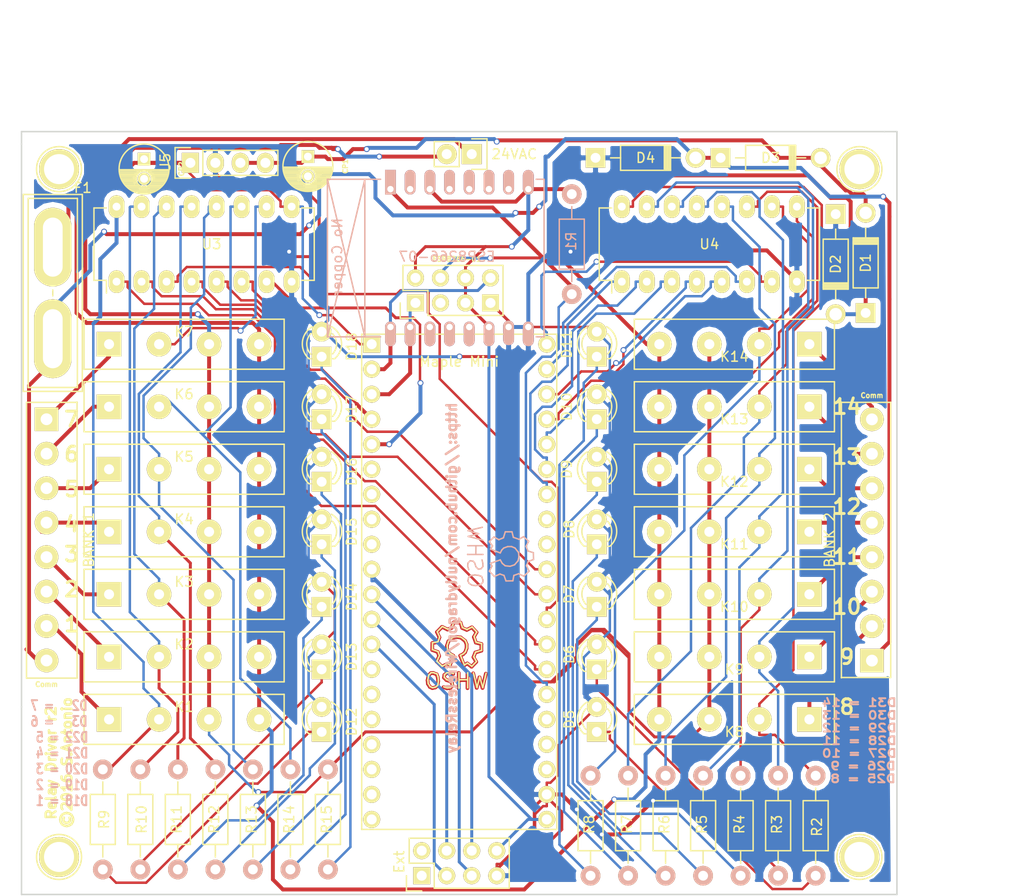
<source format=kicad_pcb>
(kicad_pcb (version 4) (host pcbnew "(2016-01-13 BZR 6465, Git 5af18e5)-product")
  (layers (0 F.Cu signal) (31 B.Cu signal) (34 B.Paste user) (35 F.Paste user) (36 B.SilkS user) (37 F.SilkS user) (38 B.Mask user) (39 F.Mask user) (44 Edge.Cuts user))
  (net 0 "")
  (net 1 +36V)
  (net 2 /AC1)
  (net 3 GND)
  (net 4 /AC2)
  (net 5 "Net-(D5-Pad1)")
  (net 6 "Net-(D6-Pad1)")
  (net 7 "Net-(D7-Pad1)")
  (net 8 "Net-(D8-Pad1)")
  (net 9 "Net-(D9-Pad1)")
  (net 10 "Net-(D10-Pad1)")
  (net 11 "Net-(D11-Pad1)")
  (net 12 "Net-(D12-Pad1)")
  (net 13 "Net-(D13-Pad1)")
  (net 14 "Net-(D14-Pad1)")
  (net 15 "Net-(D15-Pad1)")
  (net 16 "Net-(D16-Pad1)")
  (net 17 "Net-(D17-Pad1)")
  (net 18 "Net-(D18-Pad1)")
  (net 19 "Net-(K1-Pad1)")
  (net 20 /RL8)
  (net 21 +5V)
  (net 22 "Net-(K2-Pad1)")
  (net 23 /RL9)
  (net 24 "Net-(K3-Pad1)")
  (net 25 /RL10)
  (net 26 "Net-(K4-Pad1)")
  (net 27 /RL11)
  (net 28 "Net-(K5-Pad1)")
  (net 29 /RL12)
  (net 30 "Net-(K6-Pad1)")
  (net 31 /RL13)
  (net 32 "Net-(K7-Pad1)")
  (net 33 "Net-(K7-Pad2)")
  (net 34 "Net-(K8-Pad1)")
  (net 35 /RL1)
  (net 36 "Net-(K9-Pad1)")
  (net 37 /RL2)
  (net 38 "Net-(K10-Pad1)")
  (net 39 /RL3)
  (net 40 "Net-(K11-Pad1)")
  (net 41 /RL4)
  (net 42 "Net-(K12-Pad1)")
  (net 43 /RL5)
  (net 44 "Net-(K13-Pad1)")
  (net 45 /RL6)
  (net 46 "Net-(K14-Pad1)")
  (net 47 /RL7)
  (net 48 /D52)
  (net 49 /D51)
  (net 50 /D11)
  (net 51 /D10)
  (net 52 /D9)
  (net 53 /D8)
  (net 54 +3.3V)
  (net 55 /D17)
  (net 56 /D31)
  (net 57 /RX3)
  (net 58 /D30)
  (net 59 /TX3)
  (net 60 /D29)
  (net 61 /D28)
  (net 62 /D27)
  (net 63 /D4)
  (net 64 /D26)
  (net 65 /D5)
  (net 66 /D25)
  (net 67 /D6)
  (net 68 /D24)
  (net 69 /D7)
  (net 70 /D23)
  (net 71 /D22)
  (net 72 /D21)
  (net 73 /D20)
  (net 74 /D19)
  (net 75 "Net-(U1-Pad27)")
  (net 76 /D18)
  (net 77 /D12)
  (net 78 /D13)
  (net 79 /D16)
  (net 80 /D14)
  (net 81 /D15)
  (net 82 "Net-(U1-Pad35)")
  (net 83 "Net-(U1-Pad36)")
  (net 84 "Net-(U1-Pad37)")
  (net 85 "Net-(U1-Pad39)")
  (net 86 "Net-(U2-Pad2)")
  (net 87 "Net-(U2-Pad4)")
  (net 88 "Net-(U2-Pad5)")
  (net 89 "Net-(U2-Pad6)")
  (net 90 "Net-(U2-Pad7)")
  (net 91 "Net-(U2-Pad12)")
  (net 92 "Net-(U2-Pad13)")
  (net 93 "Net-(U2-Pad14)")
  (module Terminal_Blocks:TerminalBlock_Pheonix_PT-3.5mm_8pol (layer F.Cu) (at 231.14 128.651 90)
    (fp_text reference "BANK 2" (at 12.25 -4.3 90) (layer F.SilkS))
    (fp_text value Comm (at 26.924 0 180) (layer F.SilkS) (effects (font (size 0.5 0.5) (thickness 0.125))))
    (pad 3 thru_hole circle (at 7 0 90) (size 2.4 2.4) (drill 1.2) (layers *.Cu *.Mask F.SilkS) (net 36 "Net-(K9-Pad1)"))
    (pad 2 thru_hole circle (at 3.5 0 90) (size 2.4 2.4) (drill 1.2) (layers *.Cu *.Mask F.SilkS) (net 34 "Net-(K8-Pad1)"))
    (pad 4 thru_hole circle (at 10.5 0 90) (size 2.4 2.4) (drill 1.2) (layers *.Cu *.Mask F.SilkS) (net 38 "Net-(K10-Pad1)"))
    (pad 5 thru_hole circle (at 14 0 90) (size 2.4 2.4) (drill 1.2) (layers *.Cu *.Mask F.SilkS) (net 40 "Net-(K11-Pad1)"))
    (pad 6 thru_hole circle (at 17.5 0 90) (size 2.4 2.4) (drill 1.2) (layers *.Cu *.Mask F.SilkS) (net 42 "Net-(K12-Pad1)"))
    (pad 7 thru_hole circle (at 21 0 90) (size 2.4 2.4) (drill 1.2) (layers *.Cu *.Mask F.SilkS) (net 44 "Net-(K13-Pad1)"))
    (pad 1 thru_hole rect (at 0 0 90) (size 2.4 2.4) (drill 1.2) (layers *.Cu *.Mask F.SilkS) (net 4 /AC2))
    (pad 8 thru_hole circle (at 24.5 0 90) (size 2.4 2.4) (drill 1.2) (layers *.Cu *.Mask F.SilkS) (net 46 "Net-(K14-Pad1)"))
  )
  (module Terminal_Blocks:TerminalBlock_Pheonix_PT-3.5mm_8pol (layer F.Cu) (at 147.32 104.14 270)
    (fp_text reference "BANK 1" (at 12.25 -4.3 270) (layer F.SilkS))
    (fp_text value Comm (at 26.924 0 360) (layer F.SilkS) (effects (font (size 0.5 0.5) (thickness 0.125))))
    (pad 3 thru_hole circle (at 7 0 270) (size 2.4 2.4) (drill 1.2) (layers *.Cu *.Mask F.SilkS) (net 28 "Net-(K5-Pad1)"))
    (pad 2 thru_hole circle (at 3.5 0 270) (size 2.4 2.4) (drill 1.2) (layers *.Cu *.Mask F.SilkS) (net 30 "Net-(K6-Pad1)"))
    (pad 4 thru_hole circle (at 10.5 0 270) (size 2.4 2.4) (drill 1.2) (layers *.Cu *.Mask F.SilkS) (net 26 "Net-(K4-Pad1)"))
    (pad 5 thru_hole circle (at 14 0 270) (size 2.4 2.4) (drill 1.2) (layers *.Cu *.Mask F.SilkS) (net 24 "Net-(K3-Pad1)"))
    (pad 6 thru_hole circle (at 17.5 0 270) (size 2.4 2.4) (drill 1.2) (layers *.Cu *.Mask F.SilkS) (net 22 "Net-(K2-Pad1)"))
    (pad 7 thru_hole circle (at 21 0 270) (size 2.4 2.4) (drill 1.2) (layers *.Cu *.Mask F.SilkS) (net 19 "Net-(K1-Pad1)"))
    (pad 1 thru_hole rect (at 0 0 270) (size 2.4 2.4) (drill 1.2) (layers *.Cu *.Mask F.SilkS) (net 32 "Net-(K7-Pad1)"))
    (pad 8 thru_hole circle (at 24.5 0 270) (size 2.4 2.4) (drill 1.2) (layers *.Cu *.Mask F.SilkS) (net 4 /AC2))
  )
  (module Diodes_ThroughHole:Diode_DO-41_SOD81_Horizontal_RM10 (layer F.Cu) (at 203.073 77.597)
    (fp_text reference D4 (at 5.08 0) (layer F.SilkS))
    (fp_text value DIODE)
    (pad 2 thru_hole circle (at 10.16 -0.00254 180) (size 1.99898 1.99898) (drill 1.27) (layers *.Cu *.Mask F.SilkS) (net 4 /AC2))
    (pad 1 thru_hole rect (at 0 -0.00254 180) (size 1.99898 1.99898) (drill 1.00076) (layers *.Cu *.Mask F.SilkS) (net 3 GND))
  )
  (module Diodes_ThroughHole:Diode_DO-41_SOD81_Horizontal_RM10 (layer F.Cu) (at 215.773 77.597)
    (fp_text reference D3 (at 5.08 0) (layer F.SilkS))
    (fp_text value DIODE)
    (pad 2 thru_hole circle (at 10.16 -0.00254 180) (size 1.99898 1.99898) (drill 1.27) (layers *.Cu *.Mask F.SilkS) (net 1 +36V))
    (pad 1 thru_hole rect (at 0 -0.00254 180) (size 1.99898 1.99898) (drill 1.00076) (layers *.Cu *.Mask F.SilkS) (net 4 /AC2))
  )
  (module Diodes_ThroughHole:Diode_DO-41_SOD81_Horizontal_RM10 (layer F.Cu) (at 227.457 83.312 270)
    (fp_text reference D2 (at 5.08 0 270) (layer F.SilkS))
    (fp_text value DIODE)
    (pad 2 thru_hole circle (at 10.16 -0.00254 90) (size 1.99898 1.99898) (drill 1.27) (layers *.Cu *.Mask F.SilkS) (net 2 /AC1))
    (pad 1 thru_hole rect (at 0 -0.00254 90) (size 1.99898 1.99898) (drill 1.00076) (layers *.Cu *.Mask F.SilkS) (net 3 GND))
  )
  (module Diodes_ThroughHole:Diode_DO-41_SOD81_Horizontal_RM10 (layer F.Cu) (at 230.505 93.345 90)
    (fp_text reference D1 (at 5.08 0 90) (layer F.SilkS))
    (fp_text value DIODE)
    (pad 2 thru_hole circle (at 10.16 -0.00254 270) (size 1.99898 1.99898) (drill 1.27) (layers *.Cu *.Mask F.SilkS) (net 1 +36V))
    (pad 1 thru_hole rect (at 0 -0.00254 270) (size 1.99898 1.99898) (drill 1.00076) (layers *.Cu *.Mask F.SilkS) (net 2 /AC1))
  )
  (module Connect:1pin (layer F.Cu) (at 148.59 78.74)
    (fp_text reference MNT1 hide)
    (fp_text value 1pin hide)
    (pad 1 thru_hole circle (at 0 0) (size 4.064 4.064) (drill 3.048) (layers *.Cu *.Mask F.SilkS))
  )
  (module Connect:1pin (layer F.Cu) (at 148.59 148.59)
    (fp_text reference MNT3 hide)
    (fp_text value 1pin hide)
    (pad 1 thru_hole circle (at 0 0) (size 4.064 4.064) (drill 3.048) (layers *.Cu *.Mask F.SilkS))
  )
  (module Connect:1pin (layer F.Cu) (at 229.87 148.59)
    (fp_text reference MNT4 hide)
    (fp_text value 1pin hide)
    (pad 1 thru_hole circle (at 0 0) (size 4.064 4.064) (drill 3.048) (layers *.Cu *.Mask F.SilkS))
  )
  (module Pin_Headers:Pin_Header_Straight_2x20 (layer F.Cu) (at 187.96 96.52)
    (fp_text reference "Maple Mini" (at 1.27 1.778) (layer F.SilkS))
    (fp_text value "Maple Mini")
    (pad 1 thru_hole rect (at -7.62 0) (size 1.7272 1.7272) (drill 1.016) (layers *.Cu *.Mask F.SilkS) (net 21 +5V))
    (pad 2 thru_hole oval (at 10.16 0) (size 1.7272 1.7272) (drill 1.016) (layers *.Cu *.Mask F.SilkS) (net 56 /D31))
    (pad 3 thru_hole oval (at -7.62 2.54) (size 1.7272 1.7272) (drill 1.016) (layers *.Cu *.Mask F.SilkS) (net 57 /RX3))
    (pad 4 thru_hole oval (at 10.16 2.54) (size 1.7272 1.7272) (drill 1.016) (layers *.Cu *.Mask F.SilkS) (net 58 /D30))
    (pad 5 thru_hole oval (at -7.62 5.08) (size 1.7272 1.7272) (drill 1.016) (layers *.Cu *.Mask F.SilkS) (net 59 /TX3))
    (pad 6 thru_hole oval (at 10.16 5.08) (size 1.7272 1.7272) (drill 1.016) (layers *.Cu *.Mask F.SilkS) (net 60 /D29))
    (pad 7 thru_hole oval (at -7.62 7.62) (size 1.7272 1.7272) (drill 1.016) (layers *.Cu *.Mask F.SilkS) (net 70 /D23))
    (pad 8 thru_hole oval (at 10.16 7.62) (size 1.7272 1.7272) (drill 1.016) (layers *.Cu *.Mask F.SilkS) (net 61 /D28))
    (pad 9 thru_hole oval (at -7.62 10.16) (size 1.7272 1.7272) (drill 1.016) (layers *.Cu *.Mask F.SilkS) (net 68 /D24))
    (pad 10 thru_hole oval (at 10.16 10.16) (size 1.7272 1.7272) (drill 1.016) (layers *.Cu *.Mask F.SilkS) (net 62 /D27))
    (pad 11 thru_hole oval (at -7.62 12.7) (size 1.7272 1.7272) (drill 1.016) (layers *.Cu *.Mask F.SilkS) (net 63 /D4))
    (pad 12 thru_hole oval (at 10.16 12.7) (size 1.7272 1.7272) (drill 1.016) (layers *.Cu *.Mask F.SilkS) (net 64 /D26))
    (pad 13 thru_hole oval (at -7.62 15.24) (size 1.7272 1.7272) (drill 1.016) (layers *.Cu *.Mask F.SilkS) (net 65 /D5))
    (pad 14 thru_hole oval (at 10.16 15.24) (size 1.7272 1.7272) (drill 1.016) (layers *.Cu *.Mask F.SilkS) (net 66 /D25))
    (pad 15 thru_hole oval (at -7.62 17.78) (size 1.7272 1.7272) (drill 1.016) (layers *.Cu *.Mask F.SilkS) (net 67 /D6))
    (pad 16 thru_hole oval (at 10.16 17.78) (size 1.7272 1.7272) (drill 1.016) (layers *.Cu *.Mask F.SilkS))
    (pad 17 thru_hole oval (at -7.62 20.32) (size 1.7272 1.7272) (drill 1.016) (layers *.Cu *.Mask F.SilkS) (net 69 /D7))
    (pad 18 thru_hole oval (at 10.16 20.32) (size 1.7272 1.7272) (drill 1.016) (layers *.Cu *.Mask F.SilkS))
    (pad 19 thru_hole oval (at -7.62 22.86) (size 1.7272 1.7272) (drill 1.016) (layers *.Cu *.Mask F.SilkS) (net 53 /D8))
    (pad 20 thru_hole oval (at 10.16 22.86) (size 1.7272 1.7272) (drill 1.016) (layers *.Cu *.Mask F.SilkS) (net 71 /D22))
    (pad 21 thru_hole oval (at -7.62 25.4) (size 1.7272 1.7272) (drill 1.016) (layers *.Cu *.Mask F.SilkS) (net 52 /D9))
    (pad 22 thru_hole oval (at 10.16 25.4) (size 1.7272 1.7272) (drill 1.016) (layers *.Cu *.Mask F.SilkS) (net 72 /D21))
    (pad 23 thru_hole oval (at -7.62 27.94) (size 1.7272 1.7272) (drill 1.016) (layers *.Cu *.Mask F.SilkS) (net 51 /D10))
    (pad 24 thru_hole oval (at 10.16 27.94) (size 1.7272 1.7272) (drill 1.016) (layers *.Cu *.Mask F.SilkS) (net 73 /D20))
    (pad 25 thru_hole oval (at -7.62 30.48) (size 1.7272 1.7272) (drill 1.016) (layers *.Cu *.Mask F.SilkS) (net 50 /D11))
    (pad 26 thru_hole oval (at 10.16 30.48) (size 1.7272 1.7272) (drill 1.016) (layers *.Cu *.Mask F.SilkS) (net 74 /D19))
    (pad 27 thru_hole oval (at -7.62 33.02) (size 1.7272 1.7272) (drill 1.016) (layers *.Cu *.Mask F.SilkS) (net 75 "Net-(U1-Pad27)"))
    (pad 28 thru_hole oval (at 10.16 33.02) (size 1.7272 1.7272) (drill 1.016) (layers *.Cu *.Mask F.SilkS) (net 76 /D18))
    (pad 29 thru_hole oval (at -7.62 35.56) (size 1.7272 1.7272) (drill 1.016) (layers *.Cu *.Mask F.SilkS) (net 77 /D12))
    (pad 30 thru_hole oval (at 10.16 35.56) (size 1.7272 1.7272) (drill 1.016) (layers *.Cu *.Mask F.SilkS) (net 55 /D17))
    (pad 31 thru_hole oval (at -7.62 38.1) (size 1.7272 1.7272) (drill 1.016) (layers *.Cu *.Mask F.SilkS) (net 78 /D13))
    (pad 32 thru_hole oval (at 10.16 38.1) (size 1.7272 1.7272) (drill 1.016) (layers *.Cu *.Mask F.SilkS) (net 79 /D16))
    (pad 33 thru_hole oval (at -7.62 40.64) (size 1.7272 1.7272) (drill 1.016) (layers *.Cu *.Mask F.SilkS) (net 80 /D14))
    (pad 34 thru_hole oval (at 10.16 40.64) (size 1.7272 1.7272) (drill 1.016) (layers *.Cu *.Mask F.SilkS) (net 81 /D15))
    (pad 35 thru_hole oval (at -7.62 43.18) (size 1.7272 1.7272) (drill 1.016) (layers *.Cu *.Mask F.SilkS) (net 82 "Net-(U1-Pad35)"))
    (pad 36 thru_hole oval (at 10.16 43.18) (size 1.7272 1.7272) (drill 1.016) (layers *.Cu *.Mask F.SilkS) (net 83 "Net-(U1-Pad36)"))
    (pad 37 thru_hole oval (at -7.62 45.72) (size 1.7272 1.7272) (drill 1.016) (layers *.Cu *.Mask F.SilkS) (net 84 "Net-(U1-Pad37)"))
    (pad 38 thru_hole oval (at 10.16 45.72) (size 1.7272 1.7272) (drill 1.016) (layers *.Cu *.Mask F.SilkS) (net 3 GND))
    (pad 39 thru_hole oval (at -7.62 48.26) (size 1.7272 1.7272) (drill 1.016) (layers *.Cu *.Mask F.SilkS) (net 85 "Net-(U1-Pad39)"))
    (pad 40 thru_hole oval (at 10.16 48.26) (size 1.7272 1.7272) (drill 1.016) (layers *.Cu *.Mask F.SilkS) (net 54 +3.3V))
  )
  (module LEDs:LED-3MM (layer F.Cu) (at 203.2 135.89 90)
    (fp_text reference D5 (at 1.27 -2.794 90) (layer F.SilkS))
    (fp_text value LED)
    (pad 1 thru_hole rect (at 0 0 180) (size 2 2) (drill 1.00076) (layers *.Cu *.Mask F.SilkS) (net 5 "Net-(D5-Pad1)"))
    (pad 2 thru_hole circle (at 2.54 0 90) (size 2 2) (drill 1.00076) (layers *.Cu *.Mask F.SilkS) (net 3 GND))
  )
  (module LEDs:LED-3MM (layer F.Cu) (at 203.2 129.54 90)
    (fp_text reference D6 (at 1.524 -2.794 90) (layer F.SilkS))
    (fp_text value LED)
    (pad 1 thru_hole rect (at 0 0 180) (size 2 2) (drill 1.00076) (layers *.Cu *.Mask F.SilkS) (net 6 "Net-(D6-Pad1)"))
    (pad 2 thru_hole circle (at 2.54 0 90) (size 2 2) (drill 1.00076) (layers *.Cu *.Mask F.SilkS) (net 3 GND))
  )
  (module LEDs:LED-3MM (layer F.Cu) (at 203.2 123.19 90)
    (fp_text reference D7 (at 1.27 -2.794 90) (layer F.SilkS))
    (fp_text value LED)
    (pad 1 thru_hole rect (at 0 0 180) (size 2 2) (drill 1.00076) (layers *.Cu *.Mask F.SilkS) (net 7 "Net-(D7-Pad1)"))
    (pad 2 thru_hole circle (at 2.54 0 90) (size 2 2) (drill 1.00076) (layers *.Cu *.Mask F.SilkS) (net 3 GND))
  )
  (module LEDs:LED-3MM (layer F.Cu) (at 203.2 116.84 90)
    (fp_text reference D8 (at 1.524 -2.794 90) (layer F.SilkS))
    (fp_text value LED)
    (pad 1 thru_hole rect (at 0 0 180) (size 2 2) (drill 1.00076) (layers *.Cu *.Mask F.SilkS) (net 8 "Net-(D8-Pad1)"))
    (pad 2 thru_hole circle (at 2.54 0 90) (size 2 2) (drill 1.00076) (layers *.Cu *.Mask F.SilkS) (net 3 GND))
  )
  (module LEDs:LED-3MM (layer F.Cu) (at 203.2 110.49 90)
    (fp_text reference D9 (at 1.27 -3.048 90) (layer F.SilkS))
    (fp_text value LED)
    (pad 1 thru_hole rect (at 0 0 180) (size 2 2) (drill 1.00076) (layers *.Cu *.Mask F.SilkS) (net 9 "Net-(D9-Pad1)"))
    (pad 2 thru_hole circle (at 2.54 0 90) (size 2 2) (drill 1.00076) (layers *.Cu *.Mask F.SilkS) (net 3 GND))
  )
  (module LEDs:LED-3MM (layer F.Cu) (at 203.2 104.14 90)
    (fp_text reference D10 (at 1.27 -3.048 90) (layer F.SilkS))
    (fp_text value LED)
    (pad 1 thru_hole rect (at 0 0 180) (size 2 2) (drill 1.00076) (layers *.Cu *.Mask F.SilkS) (net 10 "Net-(D10-Pad1)"))
    (pad 2 thru_hole circle (at 2.54 0 90) (size 2 2) (drill 1.00076) (layers *.Cu *.Mask F.SilkS) (net 3 GND))
  )
  (module LEDs:LED-3MM (layer F.Cu) (at 203.2 97.79 90)
    (fp_text reference D11 (at 1.27 -3.048 90) (layer F.SilkS))
    (fp_text value LED)
    (pad 1 thru_hole rect (at 0 0 180) (size 2 2) (drill 1.00076) (layers *.Cu *.Mask F.SilkS) (net 11 "Net-(D11-Pad1)"))
    (pad 2 thru_hole circle (at 2.54 0 90) (size 2 2) (drill 1.00076) (layers *.Cu *.Mask F.SilkS) (net 3 GND))
  )
  (module LEDs:LED-3MM (layer F.Cu) (at 175.26 135.89 90)
    (fp_text reference D12 (at 1.016 3.048 90) (layer F.SilkS))
    (fp_text value LED)
    (pad 1 thru_hole rect (at 0 0 180) (size 2 2) (drill 1.00076) (layers *.Cu *.Mask F.SilkS) (net 12 "Net-(D12-Pad1)"))
    (pad 2 thru_hole circle (at 2.54 0 90) (size 2 2) (drill 1.00076) (layers *.Cu *.Mask F.SilkS) (net 3 GND))
  )
  (module LEDs:LED-3MM (layer F.Cu) (at 175.26 129.54 90)
    (fp_text reference D13 (at 1.27 3.048 90) (layer F.SilkS))
    (fp_text value LED)
    (pad 1 thru_hole rect (at 0 0 180) (size 2 2) (drill 1.00076) (layers *.Cu *.Mask F.SilkS) (net 13 "Net-(D13-Pad1)"))
    (pad 2 thru_hole circle (at 2.54 0 90) (size 2 2) (drill 1.00076) (layers *.Cu *.Mask F.SilkS) (net 3 GND))
  )
  (module LEDs:LED-3MM (layer F.Cu) (at 175.26 123.19 90)
    (fp_text reference D14 (at 1.016 3.048 90) (layer F.SilkS))
    (fp_text value LED)
    (pad 1 thru_hole rect (at 0 0 180) (size 2 2) (drill 1.00076) (layers *.Cu *.Mask F.SilkS) (net 14 "Net-(D14-Pad1)"))
    (pad 2 thru_hole circle (at 2.54 0 90) (size 2 2) (drill 1.00076) (layers *.Cu *.Mask F.SilkS) (net 3 GND))
  )
  (module LEDs:LED-3MM (layer F.Cu) (at 175.26 116.84 90)
    (fp_text reference D15 (at 1.27 3.048 90) (layer F.SilkS))
    (fp_text value LED)
    (pad 1 thru_hole rect (at 0 0 180) (size 2 2) (drill 1.00076) (layers *.Cu *.Mask F.SilkS) (net 15 "Net-(D15-Pad1)"))
    (pad 2 thru_hole circle (at 2.54 0 90) (size 2 2) (drill 1.00076) (layers *.Cu *.Mask F.SilkS) (net 3 GND))
  )
  (module LEDs:LED-3MM (layer F.Cu) (at 175.26 110.49 90)
    (fp_text reference D16 (at 1.016 3.048 90) (layer F.SilkS))
    (fp_text value LED)
    (pad 1 thru_hole rect (at 0 0 180) (size 2 2) (drill 1.00076) (layers *.Cu *.Mask F.SilkS) (net 16 "Net-(D16-Pad1)"))
    (pad 2 thru_hole circle (at 2.54 0 90) (size 2 2) (drill 1.00076) (layers *.Cu *.Mask F.SilkS) (net 3 GND))
  )
  (module LEDs:LED-3MM (layer F.Cu) (at 175.26 104.14 90)
    (fp_text reference D17 (at 1.016 3.048 90) (layer F.SilkS))
    (fp_text value LED)
    (pad 1 thru_hole rect (at 0 0 180) (size 2 2) (drill 1.00076) (layers *.Cu *.Mask F.SilkS) (net 17 "Net-(D17-Pad1)"))
    (pad 2 thru_hole circle (at 2.54 0 90) (size 2 2) (drill 1.00076) (layers *.Cu *.Mask F.SilkS) (net 3 GND))
  )
  (module LEDs:LED-3MM (layer F.Cu) (at 175.26 97.79 90)
    (fp_text reference D18 (at 1.016 3.048 90) (layer F.SilkS))
    (fp_text value LED)
    (pad 1 thru_hole rect (at 0 0 180) (size 2 2) (drill 1.00076) (layers *.Cu *.Mask F.SilkS) (net 18 "Net-(D18-Pad1)"))
    (pad 2 thru_hole circle (at 2.54 0 90) (size 2 2) (drill 1.00076) (layers *.Cu *.Mask F.SilkS) (net 3 GND))
  )
  (module Pin_Headers:Pin_Header_Straight_1x02 (layer F.Cu) (at 190.5 77.216 270)
    (fp_text reference P1 hide)
    (fp_text value 24VAC (at 0 -4.318 360) (layer F.SilkS))
    (pad 1 thru_hole rect (at 0 0 270) (size 2.032 2.032) (drill 1.016) (layers *.Cu *.Mask F.SilkS) (net 4 /AC2))
    (pad 2 thru_hole oval (at 0 2.54 270) (size 2.032 2.032) (drill 1.016) (layers *.Cu *.Mask F.SilkS) (net 2 /AC1))
  )
  (module Pin_Headers:Pin_Header_Straight_2x04 (layer F.Cu) (at 185.42 150.495 90)
    (fp_text reference P2 hide)
    (fp_text value Ext (at 1.397 -2.286 270) (layer F.SilkS))
    (pad 1 thru_hole rect (at 0 0 90) (size 1.7272 1.7272) (drill 1.016) (layers *.Cu *.Mask F.SilkS) (net 48 /D52))
    (pad 2 thru_hole oval (at 2.54 0 90) (size 1.7272 1.7272) (drill 1.016) (layers *.Cu *.Mask F.SilkS) (net 49 /D51))
    (pad 3 thru_hole oval (at 0 2.54 90) (size 1.7272 1.7272) (drill 1.016) (layers *.Cu *.Mask F.SilkS) (net 50 /D11))
    (pad 4 thru_hole oval (at 2.54 2.54 90) (size 1.7272 1.7272) (drill 1.016) (layers *.Cu *.Mask F.SilkS) (net 51 /D10))
    (pad 5 thru_hole oval (at 0 5.08 90) (size 1.7272 1.7272) (drill 1.016) (layers *.Cu *.Mask F.SilkS) (net 52 /D9))
    (pad 6 thru_hole oval (at 2.54 5.08 90) (size 1.7272 1.7272) (drill 1.016) (layers *.Cu *.Mask F.SilkS) (net 53 /D8))
    (pad 7 thru_hole oval (at 0 7.62 90) (size 1.7272 1.7272) (drill 1.016) (layers *.Cu *.Mask F.SilkS) (net 3 GND))
    (pad 8 thru_hole oval (at 2.54 7.62 90) (size 1.7272 1.7272) (drill 1.016) (layers *.Cu *.Mask F.SilkS) (net 54 +3.3V))
  )
  (module Pin_Headers:Pin_Header_Straight_1x04 (layer F.Cu) (at 161.925 78.105 90)
    (fp_text reference U5 (at 0 -2.54 90) (layer F.SilkS))
    (fp_text value D24V3F5)
    (pad 1 thru_hole rect (at 0 0 90) (size 2.032 1.7272) (drill 1.016) (layers *.Cu *.Mask F.SilkS) (net 21 +5V))
    (pad 2 thru_hole oval (at 0 2.54 90) (size 2.032 1.7272) (drill 1.016) (layers *.Cu *.Mask F.SilkS) (net 3 GND))
    (pad 3 thru_hole oval (at 0 5.08 90) (size 2.032 1.7272) (drill 1.016) (layers *.Cu *.Mask F.SilkS) (net 1 +36V))
    (pad 4 thru_hole oval (at 0 7.62 90) (size 2.032 1.7272) (drill 1.016) (layers *.Cu *.Mask F.SilkS) (net 1 +36V))
  )
  (module Resistors_ThroughHole:Resistor_Horizontal_RM10mm (layer B.Cu) (at 200.66 86.36 270)
    (fp_text reference R1 (at -0.2921 0.0635 270) (layer B.SilkS) (effects (justify mirror)))
    (fp_text value 10k)
    (pad 1 thru_hole circle (at -5.08 0 270) (size 1.99898 1.99898) (drill 1.00076) (layers *.Cu *.SilkS *.Mask) (net 54 +3.3V))
    (pad 2 thru_hole circle (at 5.08 0 270) (size 1.99898 1.99898) (drill 1.00076) (layers *.Cu *.SilkS *.Mask) (net 55 /D17))
  )
  (module Resistors_ThroughHole:Resistor_Horizontal_RM10mm (layer F.Cu) (at 225.425 145.415 270)
    (fp_text reference R2 (at 0.127 -0.127 270) (layer F.SilkS))
    (fp_text value R)
    (pad 1 thru_hole circle (at -5.08 0 270) (size 1.99898 1.99898) (drill 1.00076) (layers *.Cu *.SilkS *.Mask) (net 35 /RL1))
    (pad 2 thru_hole circle (at 5.08 0 270) (size 1.99898 1.99898) (drill 1.00076) (layers *.Cu *.SilkS *.Mask) (net 5 "Net-(D5-Pad1)"))
  )
  (module Resistors_ThroughHole:Resistor_Horizontal_RM10mm (layer F.Cu) (at 221.615 145.415 270)
    (fp_text reference R3 (at -0.127 0.127 270) (layer F.SilkS))
    (fp_text value R)
    (pad 1 thru_hole circle (at -5.08 0 270) (size 1.99898 1.99898) (drill 1.00076) (layers *.Cu *.SilkS *.Mask) (net 37 /RL2))
    (pad 2 thru_hole circle (at 5.08 0 270) (size 1.99898 1.99898) (drill 1.00076) (layers *.Cu *.SilkS *.Mask) (net 6 "Net-(D6-Pad1)"))
  )
  (module Resistors_ThroughHole:Resistor_Horizontal_RM10mm (layer F.Cu) (at 217.805 145.415 270)
    (fp_text reference R4 (at -0.127 0.127 270) (layer F.SilkS))
    (fp_text value R)
    (pad 1 thru_hole circle (at -5.08 0 270) (size 1.99898 1.99898) (drill 1.00076) (layers *.Cu *.SilkS *.Mask) (net 39 /RL3))
    (pad 2 thru_hole circle (at 5.08 0 270) (size 1.99898 1.99898) (drill 1.00076) (layers *.Cu *.SilkS *.Mask) (net 7 "Net-(D7-Pad1)"))
  )
  (module Resistors_ThroughHole:Resistor_Horizontal_RM10mm (layer F.Cu) (at 213.995 145.415 270)
    (fp_text reference R5 (at -0.127 0.127 270) (layer F.SilkS))
    (fp_text value R)
    (pad 1 thru_hole circle (at -5.08 0 270) (size 1.99898 1.99898) (drill 1.00076) (layers *.Cu *.SilkS *.Mask) (net 41 /RL4))
    (pad 2 thru_hole circle (at 5.08 0 270) (size 1.99898 1.99898) (drill 1.00076) (layers *.Cu *.SilkS *.Mask) (net 8 "Net-(D8-Pad1)"))
  )
  (module Resistors_ThroughHole:Resistor_Horizontal_RM10mm (layer F.Cu) (at 210.185 145.415 270)
    (fp_text reference R6 (at -0.127 0.127 270) (layer F.SilkS))
    (fp_text value R)
    (pad 1 thru_hole circle (at -5.08 0 270) (size 1.99898 1.99898) (drill 1.00076) (layers *.Cu *.SilkS *.Mask) (net 43 /RL5))
    (pad 2 thru_hole circle (at 5.08 0 270) (size 1.99898 1.99898) (drill 1.00076) (layers *.Cu *.SilkS *.Mask) (net 9 "Net-(D9-Pad1)"))
  )
  (module Resistors_ThroughHole:Resistor_Horizontal_RM10mm (layer F.Cu) (at 206.375 145.415 270)
    (fp_text reference R7 (at -0.127 0.127 270) (layer F.SilkS))
    (fp_text value R)
    (pad 1 thru_hole circle (at -5.08 0 270) (size 1.99898 1.99898) (drill 1.00076) (layers *.Cu *.SilkS *.Mask) (net 45 /RL6))
    (pad 2 thru_hole circle (at 5.08 0 270) (size 1.99898 1.99898) (drill 1.00076) (layers *.Cu *.SilkS *.Mask) (net 10 "Net-(D10-Pad1)"))
  )
  (module Resistors_ThroughHole:Resistor_Horizontal_RM10mm (layer F.Cu) (at 202.565 145.415 270)
    (fp_text reference R8 (at -0.127 0.127 270) (layer F.SilkS))
    (fp_text value R)
    (pad 1 thru_hole circle (at -5.08 0 270) (size 1.99898 1.99898) (drill 1.00076) (layers *.Cu *.SilkS *.Mask) (net 47 /RL7))
    (pad 2 thru_hole circle (at 5.08 0 270) (size 1.99898 1.99898) (drill 1.00076) (layers *.Cu *.SilkS *.Mask) (net 11 "Net-(D11-Pad1)"))
  )
  (module Resistors_ThroughHole:Resistor_Horizontal_RM10mm (layer F.Cu) (at 153.035 144.78 270)
    (fp_text reference R9 (at 0 -0.127 270) (layer F.SilkS))
    (fp_text value R)
    (pad 1 thru_hole circle (at -5.08 0 270) (size 1.99898 1.99898) (drill 1.00076) (layers *.Cu *.SilkS *.Mask) (net 20 /RL8))
    (pad 2 thru_hole circle (at 5.08 0 270) (size 1.99898 1.99898) (drill 1.00076) (layers *.Cu *.SilkS *.Mask) (net 12 "Net-(D12-Pad1)"))
  )
  (module Resistors_ThroughHole:Resistor_Horizontal_RM10mm (layer F.Cu) (at 156.845 144.78 270)
    (fp_text reference R10 (at 0 -0.127 270) (layer F.SilkS))
    (fp_text value R)
    (pad 1 thru_hole circle (at -5.08 0 270) (size 1.99898 1.99898) (drill 1.00076) (layers *.Cu *.SilkS *.Mask) (net 23 /RL9))
    (pad 2 thru_hole circle (at 5.08 0 270) (size 1.99898 1.99898) (drill 1.00076) (layers *.Cu *.SilkS *.Mask) (net 13 "Net-(D13-Pad1)"))
  )
  (module Resistors_ThroughHole:Resistor_Horizontal_RM10mm (layer F.Cu) (at 160.655 144.78 270)
    (fp_text reference R11 (at 0 0.127 270) (layer F.SilkS))
    (fp_text value R)
    (pad 1 thru_hole circle (at -5.08 0 270) (size 1.99898 1.99898) (drill 1.00076) (layers *.Cu *.SilkS *.Mask) (net 25 /RL10))
    (pad 2 thru_hole circle (at 5.08 0 270) (size 1.99898 1.99898) (drill 1.00076) (layers *.Cu *.SilkS *.Mask) (net 14 "Net-(D14-Pad1)"))
  )
  (module Resistors_ThroughHole:Resistor_Horizontal_RM10mm (layer F.Cu) (at 164.465 144.78 270)
    (fp_text reference R12 (at 0 0.127 270) (layer F.SilkS))
    (fp_text value R)
    (pad 1 thru_hole circle (at -5.08 0 270) (size 1.99898 1.99898) (drill 1.00076) (layers *.Cu *.SilkS *.Mask) (net 27 /RL11))
    (pad 2 thru_hole circle (at 5.08 0 270) (size 1.99898 1.99898) (drill 1.00076) (layers *.Cu *.SilkS *.Mask) (net 15 "Net-(D15-Pad1)"))
  )
  (module Resistors_ThroughHole:Resistor_Horizontal_RM10mm (layer F.Cu) (at 168.275 144.78 270)
    (fp_text reference R13 (at 0 0.127 270) (layer F.SilkS))
    (fp_text value R)
    (pad 1 thru_hole circle (at -5.08 0 270) (size 1.99898 1.99898) (drill 1.00076) (layers *.Cu *.SilkS *.Mask) (net 29 /RL12))
    (pad 2 thru_hole circle (at 5.08 0 270) (size 1.99898 1.99898) (drill 1.00076) (layers *.Cu *.SilkS *.Mask) (net 16 "Net-(D16-Pad1)"))
  )
  (module Resistors_ThroughHole:Resistor_Horizontal_RM10mm (layer F.Cu) (at 172.085 144.78 270)
    (fp_text reference R14 (at 0 0.127 270) (layer F.SilkS))
    (fp_text value R)
    (pad 1 thru_hole circle (at -5.08 0 270) (size 1.99898 1.99898) (drill 1.00076) (layers *.Cu *.SilkS *.Mask) (net 31 /RL13))
    (pad 2 thru_hole circle (at 5.08 0 270) (size 1.99898 1.99898) (drill 1.00076) (layers *.Cu *.SilkS *.Mask) (net 17 "Net-(D17-Pad1)"))
  )
  (module Resistors_ThroughHole:Resistor_Horizontal_RM10mm (layer F.Cu) (at 175.895 144.78 270)
    (fp_text reference R15 (at 0 0.127 270) (layer F.SilkS))
    (fp_text value R)
    (pad 1 thru_hole circle (at -5.08 0 270) (size 1.99898 1.99898) (drill 1.00076) (layers *.Cu *.SilkS *.Mask) (net 21 +5V))
    (pad 2 thru_hole circle (at 5.08 0 270) (size 1.99898 1.99898) (drill 1.00076) (layers *.Cu *.SilkS *.Mask) (net 18 "Net-(D18-Pad1)"))
  )
  (module Housings_DIP:DIP-16_W7.62mm_LongPads (layer F.Cu) (at 154.432 90.17 90)
    (fp_text reference U3 (at 3.81 9.652 360) (layer F.SilkS))
    (fp_text value ULN2003AN)
    (pad 1 thru_hole oval (at 0 0 90) (size 2.3 1.6) (drill 0.8) (layers *.Cu *.Mask F.SilkS) (net 76 /D18))
    (pad 2 thru_hole oval (at 0 2.54 90) (size 2.3 1.6) (drill 0.8) (layers *.Cu *.Mask F.SilkS) (net 74 /D19))
    (pad 3 thru_hole oval (at 0 5.08 90) (size 2.3 1.6) (drill 0.8) (layers *.Cu *.Mask F.SilkS) (net 73 /D20))
    (pad 4 thru_hole oval (at 0 7.62 90) (size 2.3 1.6) (drill 0.8) (layers *.Cu *.Mask F.SilkS) (net 72 /D21))
    (pad 5 thru_hole oval (at 0 10.16 90) (size 2.3 1.6) (drill 0.8) (layers *.Cu *.Mask F.SilkS) (net 71 /D22))
    (pad 6 thru_hole oval (at 0 12.7 90) (size 2.3 1.6) (drill 0.8) (layers *.Cu *.Mask F.SilkS) (net 70 /D23))
    (pad 7 thru_hole oval (at 0 15.24 90) (size 2.3 1.6) (drill 0.8) (layers *.Cu *.Mask F.SilkS) (net 68 /D24))
    (pad 8 thru_hole oval (at 0 17.78 90) (size 2.3 1.6) (drill 0.8) (layers *.Cu *.Mask F.SilkS) (net 3 GND))
    (pad 9 thru_hole oval (at 7.62 17.78 90) (size 2.3 1.6) (drill 0.8) (layers *.Cu *.Mask F.SilkS) (net 21 +5V))
    (pad 10 thru_hole oval (at 7.62 15.24 90) (size 2.3 1.6) (drill 0.8) (layers *.Cu *.Mask F.SilkS) (net 33 "Net-(K7-Pad2)"))
    (pad 11 thru_hole oval (at 7.62 12.7 90) (size 2.3 1.6) (drill 0.8) (layers *.Cu *.Mask F.SilkS) (net 31 /RL13))
    (pad 12 thru_hole oval (at 7.62 10.16 90) (size 2.3 1.6) (drill 0.8) (layers *.Cu *.Mask F.SilkS) (net 29 /RL12))
    (pad 13 thru_hole oval (at 7.62 7.62 90) (size 2.3 1.6) (drill 0.8) (layers *.Cu *.Mask F.SilkS) (net 27 /RL11))
    (pad 14 thru_hole oval (at 7.62 5.08 90) (size 2.3 1.6) (drill 0.8) (layers *.Cu *.Mask F.SilkS) (net 25 /RL10))
    (pad 15 thru_hole oval (at 7.62 2.54 90) (size 2.3 1.6) (drill 0.8) (layers *.Cu *.Mask F.SilkS) (net 23 /RL9))
    (pad 16 thru_hole oval (at 7.62 0 90) (size 2.3 1.6) (drill 0.8) (layers *.Cu *.Mask F.SilkS) (net 20 /RL8))
  )
  (module Housings_DIP:DIP-16_W7.62mm_LongPads (layer F.Cu) (at 205.74 90.17 90)
    (fp_text reference U4 (at 3.81 8.89 180) (layer F.SilkS))
    (fp_text value ULN2003AN)
    (pad 1 thru_hole oval (at 0 0 90) (size 2.3 1.6) (drill 0.8) (layers *.Cu *.Mask F.SilkS) (net 66 /D25))
    (pad 2 thru_hole oval (at 0 2.54 90) (size 2.3 1.6) (drill 0.8) (layers *.Cu *.Mask F.SilkS) (net 64 /D26))
    (pad 3 thru_hole oval (at 0 5.08 90) (size 2.3 1.6) (drill 0.8) (layers *.Cu *.Mask F.SilkS) (net 62 /D27))
    (pad 4 thru_hole oval (at 0 7.62 90) (size 2.3 1.6) (drill 0.8) (layers *.Cu *.Mask F.SilkS) (net 61 /D28))
    (pad 5 thru_hole oval (at 0 10.16 90) (size 2.3 1.6) (drill 0.8) (layers *.Cu *.Mask F.SilkS) (net 60 /D29))
    (pad 6 thru_hole oval (at 0 12.7 90) (size 2.3 1.6) (drill 0.8) (layers *.Cu *.Mask F.SilkS) (net 58 /D30))
    (pad 7 thru_hole oval (at 0 15.24 90) (size 2.3 1.6) (drill 0.8) (layers *.Cu *.Mask F.SilkS) (net 56 /D31))
    (pad 8 thru_hole oval (at 0 17.78 90) (size 2.3 1.6) (drill 0.8) (layers *.Cu *.Mask F.SilkS) (net 3 GND))
    (pad 9 thru_hole oval (at 7.62 17.78 90) (size 2.3 1.6) (drill 0.8) (layers *.Cu *.Mask F.SilkS) (net 21 +5V))
    (pad 10 thru_hole oval (at 7.62 15.24 90) (size 2.3 1.6) (drill 0.8) (layers *.Cu *.Mask F.SilkS) (net 47 /RL7))
    (pad 11 thru_hole oval (at 7.62 12.7 90) (size 2.3 1.6) (drill 0.8) (layers *.Cu *.Mask F.SilkS) (net 45 /RL6))
    (pad 12 thru_hole oval (at 7.62 10.16 90) (size 2.3 1.6) (drill 0.8) (layers *.Cu *.Mask F.SilkS) (net 43 /RL5))
    (pad 13 thru_hole oval (at 7.62 7.62 90) (size 2.3 1.6) (drill 0.8) (layers *.Cu *.Mask F.SilkS) (net 41 /RL4))
    (pad 14 thru_hole oval (at 7.62 5.08 90) (size 2.3 1.6) (drill 0.8) (layers *.Cu *.Mask F.SilkS) (net 39 /RL3))
    (pad 15 thru_hole oval (at 7.62 2.54 90) (size 2.3 1.6) (drill 0.8) (layers *.Cu *.Mask F.SilkS) (net 37 /RL2))
    (pad 16 thru_hole oval (at 7.62 0 90) (size 2.3 1.6) (drill 0.8) (layers *.Cu *.Mask F.SilkS) (net 35 /RL1))
  )
  (module Lib:SIP-1A05 (layer F.Cu) (at 224.79 109.22 270)
    (fp_text reference K12 (at 1.27 7.62 360) (layer F.SilkS))
    (fp_text value SIP-1A05)
    (pad 1 thru_hole rect (at 0 0 270) (size 2.5 2.5) (drill 1.016) (layers *.Cu *.Mask F.SilkS) (net 42 "Net-(K12-Pad1)"))
    (pad 2 thru_hole oval (at 0 5.08 270) (size 2.5 2.5) (drill 1.016) (layers *.Cu *.Mask F.SilkS) (net 43 /RL5))
    (pad 3 thru_hole oval (at 0 10.16 270) (size 2.5 2.5) (drill 1.016) (layers *.Cu *.Mask F.SilkS) (net 21 +5V))
    (pad 4 thru_hole oval (at 0 15.24 270) (size 2.5 2.5) (drill 1.016) (layers *.Cu *.Mask F.SilkS) (net 2 /AC1))
  )
  (module Lib:SIP-1A05 (layer F.Cu) (at 153.67 102.87 90)
    (fp_text reference K6 (at 1.27 7.62 180) (layer F.SilkS))
    (fp_text value SIP-1A05)
    (pad 1 thru_hole rect (at 0 0 90) (size 2.5 2.5) (drill 1.016) (layers *.Cu *.Mask F.SilkS) (net 30 "Net-(K6-Pad1)"))
    (pad 2 thru_hole oval (at 0 5.08 90) (size 2.5 2.5) (drill 1.016) (layers *.Cu *.Mask F.SilkS) (net 31 /RL13))
    (pad 3 thru_hole oval (at 0 10.16 90) (size 2.5 2.5) (drill 1.016) (layers *.Cu *.Mask F.SilkS) (net 21 +5V))
    (pad 4 thru_hole oval (at 0 15.24 90) (size 2.5 2.5) (drill 1.016) (layers *.Cu *.Mask F.SilkS) (net 2 /AC1))
  )
  (module Lib:SIP-1A05 (layer F.Cu) (at 153.67 96.52 90)
    (fp_text reference K7 (at 1.27 7.62 180) (layer F.SilkS))
    (fp_text value SIP-1A05)
    (pad 1 thru_hole rect (at 0 0 90) (size 2.5 2.5) (drill 1.016) (layers *.Cu *.Mask F.SilkS) (net 32 "Net-(K7-Pad1)"))
    (pad 2 thru_hole oval (at 0 5.08 90) (size 2.5 2.5) (drill 1.016) (layers *.Cu *.Mask F.SilkS) (net 33 "Net-(K7-Pad2)"))
    (pad 3 thru_hole oval (at 0 10.16 90) (size 2.5 2.5) (drill 1.016) (layers *.Cu *.Mask F.SilkS) (net 21 +5V))
    (pad 4 thru_hole oval (at 0 15.24 90) (size 2.5 2.5) (drill 1.016) (layers *.Cu *.Mask F.SilkS) (net 2 /AC1))
  )
  (module Lib:SIP-1A05 (layer F.Cu) (at 224.79 134.62 270)
    (fp_text reference K8 (at 1.27 7.62 360) (layer F.SilkS))
    (fp_text value SIP-1A05)
    (pad 1 thru_hole rect (at 0 0 270) (size 2.5 2.5) (drill 1.016) (layers *.Cu *.Mask F.SilkS) (net 34 "Net-(K8-Pad1)"))
    (pad 2 thru_hole oval (at 0 5.08 270) (size 2.5 2.5) (drill 1.016) (layers *.Cu *.Mask F.SilkS) (net 35 /RL1))
    (pad 3 thru_hole oval (at 0 10.16 270) (size 2.5 2.5) (drill 1.016) (layers *.Cu *.Mask F.SilkS) (net 21 +5V))
    (pad 4 thru_hole oval (at 0 15.24 270) (size 2.5 2.5) (drill 1.016) (layers *.Cu *.Mask F.SilkS) (net 2 /AC1))
  )
  (module Lib:SIP-1A05 (layer F.Cu) (at 224.79 102.87 270)
    (fp_text reference K13 (at 1.27 7.62 360) (layer F.SilkS))
    (fp_text value SIP-1A05)
    (pad 1 thru_hole rect (at 0 0 270) (size 2.5 2.5) (drill 1.016) (layers *.Cu *.Mask F.SilkS) (net 44 "Net-(K13-Pad1)"))
    (pad 2 thru_hole oval (at 0 5.08 270) (size 2.5 2.5) (drill 1.016) (layers *.Cu *.Mask F.SilkS) (net 45 /RL6))
    (pad 3 thru_hole oval (at 0 10.16 270) (size 2.5 2.5) (drill 1.016) (layers *.Cu *.Mask F.SilkS) (net 21 +5V))
    (pad 4 thru_hole oval (at 0 15.24 270) (size 2.5 2.5) (drill 1.016) (layers *.Cu *.Mask F.SilkS) (net 2 /AC1))
  )
  (module Lib:SIP-1A05 (layer F.Cu) (at 224.79 128.27 270)
    (fp_text reference K9 (at 1.27 7.62 360) (layer F.SilkS))
    (fp_text value SIP-1A05)
    (pad 1 thru_hole rect (at 0 0 270) (size 2.5 2.5) (drill 1.016) (layers *.Cu *.Mask F.SilkS) (net 36 "Net-(K9-Pad1)"))
    (pad 2 thru_hole oval (at 0 5.08 270) (size 2.5 2.5) (drill 1.016) (layers *.Cu *.Mask F.SilkS) (net 37 /RL2))
    (pad 3 thru_hole oval (at 0 10.16 270) (size 2.5 2.5) (drill 1.016) (layers *.Cu *.Mask F.SilkS) (net 21 +5V))
    (pad 4 thru_hole oval (at 0 15.24 270) (size 2.5 2.5) (drill 1.016) (layers *.Cu *.Mask F.SilkS) (net 2 /AC1))
  )
  (module Lib:SIP-1A05 (layer F.Cu) (at 224.79 121.92 270)
    (fp_text reference K10 (at 1.27 7.62 360) (layer F.SilkS))
    (fp_text value SIP-1A05)
    (pad 1 thru_hole rect (at 0 0 270) (size 2.5 2.5) (drill 1.016) (layers *.Cu *.Mask F.SilkS) (net 38 "Net-(K10-Pad1)"))
    (pad 2 thru_hole oval (at 0 5.08 270) (size 2.5 2.5) (drill 1.016) (layers *.Cu *.Mask F.SilkS) (net 39 /RL3))
    (pad 3 thru_hole oval (at 0 10.16 270) (size 2.5 2.5) (drill 1.016) (layers *.Cu *.Mask F.SilkS) (net 21 +5V))
    (pad 4 thru_hole oval (at 0 15.24 270) (size 2.5 2.5) (drill 1.016) (layers *.Cu *.Mask F.SilkS) (net 2 /AC1))
  )
  (module Lib:SIP-1A05 (layer F.Cu) (at 224.79 115.57 270)
    (fp_text reference K11 (at 1.27 7.62 360) (layer F.SilkS))
    (fp_text value SIP-1A05)
    (pad 1 thru_hole rect (at 0 0 270) (size 2.5 2.5) (drill 1.016) (layers *.Cu *.Mask F.SilkS) (net 40 "Net-(K11-Pad1)"))
    (pad 2 thru_hole oval (at 0 5.08 270) (size 2.5 2.5) (drill 1.016) (layers *.Cu *.Mask F.SilkS) (net 41 /RL4))
    (pad 3 thru_hole oval (at 0 10.16 270) (size 2.5 2.5) (drill 1.016) (layers *.Cu *.Mask F.SilkS) (net 21 +5V))
    (pad 4 thru_hole oval (at 0 15.24 270) (size 2.5 2.5) (drill 1.016) (layers *.Cu *.Mask F.SilkS) (net 2 /AC1))
  )
  (module Lib:SIP-1A05 (layer F.Cu) (at 153.67 134.62 90)
    (fp_text reference K1 (at 1.27 7.62 180) (layer F.SilkS))
    (fp_text value SIP-1A05)
    (pad 1 thru_hole rect (at 0 0 90) (size 2.5 2.5) (drill 1.016) (layers *.Cu *.Mask F.SilkS) (net 19 "Net-(K1-Pad1)"))
    (pad 2 thru_hole oval (at 0 5.08 90) (size 2.5 2.5) (drill 1.016) (layers *.Cu *.Mask F.SilkS) (net 20 /RL8))
    (pad 3 thru_hole oval (at 0 10.16 90) (size 2.5 2.5) (drill 1.016) (layers *.Cu *.Mask F.SilkS) (net 21 +5V))
    (pad 4 thru_hole oval (at 0 15.24 90) (size 2.5 2.5) (drill 1.016) (layers *.Cu *.Mask F.SilkS) (net 2 /AC1))
  )
  (module Lib:SIP-1A05 (layer F.Cu) (at 153.67 128.27 90)
    (fp_text reference K2 (at 1.27 7.62 180) (layer F.SilkS))
    (fp_text value SIP-1A05)
    (pad 1 thru_hole rect (at 0 0 90) (size 2.5 2.5) (drill 1.016) (layers *.Cu *.Mask F.SilkS) (net 22 "Net-(K2-Pad1)"))
    (pad 2 thru_hole oval (at 0 5.08 90) (size 2.5 2.5) (drill 1.016) (layers *.Cu *.Mask F.SilkS) (net 23 /RL9))
    (pad 3 thru_hole oval (at 0 10.16 90) (size 2.5 2.5) (drill 1.016) (layers *.Cu *.Mask F.SilkS) (net 21 +5V))
    (pad 4 thru_hole oval (at 0 15.24 90) (size 2.5 2.5) (drill 1.016) (layers *.Cu *.Mask F.SilkS) (net 2 /AC1))
  )
  (module Lib:SIP-1A05 (layer F.Cu) (at 153.67 121.92 90)
    (fp_text reference K3 (at 1.27 7.62 180) (layer F.SilkS))
    (fp_text value SIP-1A05)
    (pad 1 thru_hole rect (at 0 0 90) (size 2.5 2.5) (drill 1.016) (layers *.Cu *.Mask F.SilkS) (net 24 "Net-(K3-Pad1)"))
    (pad 2 thru_hole oval (at 0 5.08 90) (size 2.5 2.5) (drill 1.016) (layers *.Cu *.Mask F.SilkS) (net 25 /RL10))
    (pad 3 thru_hole oval (at 0 10.16 90) (size 2.5 2.5) (drill 1.016) (layers *.Cu *.Mask F.SilkS) (net 21 +5V))
    (pad 4 thru_hole oval (at 0 15.24 90) (size 2.5 2.5) (drill 1.016) (layers *.Cu *.Mask F.SilkS) (net 2 /AC1))
  )
  (module Lib:SIP-1A05 (layer F.Cu) (at 153.67 115.57 90)
    (fp_text reference K4 (at 1.27 7.62 180) (layer F.SilkS))
    (fp_text value SIP-1A05)
    (pad 1 thru_hole rect (at 0 0 90) (size 2.5 2.5) (drill 1.016) (layers *.Cu *.Mask F.SilkS) (net 26 "Net-(K4-Pad1)"))
    (pad 2 thru_hole oval (at 0 5.08 90) (size 2.5 2.5) (drill 1.016) (layers *.Cu *.Mask F.SilkS) (net 27 /RL11))
    (pad 3 thru_hole oval (at 0 10.16 90) (size 2.5 2.5) (drill 1.016) (layers *.Cu *.Mask F.SilkS) (net 21 +5V))
    (pad 4 thru_hole oval (at 0 15.24 90) (size 2.5 2.5) (drill 1.016) (layers *.Cu *.Mask F.SilkS) (net 2 /AC1))
  )
  (module Lib:SIP-1A05 (layer F.Cu) (at 153.67 109.22 90)
    (fp_text reference K5 (at 1.27 7.62 180) (layer F.SilkS))
    (fp_text value SIP-1A05)
    (pad 1 thru_hole rect (at 0 0 90) (size 2.5 2.5) (drill 1.016) (layers *.Cu *.Mask F.SilkS) (net 28 "Net-(K5-Pad1)"))
    (pad 2 thru_hole oval (at 0 5.08 90) (size 2.5 2.5) (drill 1.016) (layers *.Cu *.Mask F.SilkS) (net 29 /RL12))
    (pad 3 thru_hole oval (at 0 10.16 90) (size 2.5 2.5) (drill 1.016) (layers *.Cu *.Mask F.SilkS) (net 21 +5V))
    (pad 4 thru_hole oval (at 0 15.24 90) (size 2.5 2.5) (drill 1.016) (layers *.Cu *.Mask F.SilkS) (net 2 /AC1))
  )
  (module Lib:SIP-1A05 (layer F.Cu) (at 224.79 96.52 270)
    (fp_text reference K14 (at 1.27 7.62 360) (layer F.SilkS))
    (fp_text value SIP-1A05)
    (pad 1 thru_hole rect (at 0 0 270) (size 2.5 2.5) (drill 1.016) (layers *.Cu *.Mask F.SilkS) (net 46 "Net-(K14-Pad1)"))
    (pad 2 thru_hole oval (at 0 5.08 270) (size 2.5 2.5) (drill 1.016) (layers *.Cu *.Mask F.SilkS) (net 47 /RL7))
    (pad 3 thru_hole oval (at 0 10.16 270) (size 2.5 2.5) (drill 1.016) (layers *.Cu *.Mask F.SilkS) (net 21 +5V))
    (pad 4 thru_hole oval (at 0 15.24 270) (size 2.5 2.5) (drill 1.016) (layers *.Cu *.Mask F.SilkS) (net 2 /AC1))
  )
  (module ESP-07v2:ESP-07v2 (layer B.Cu) (at 182.245 80.772 270)
    (fp_text reference ESP8266-07 (at 6.858 -5.7404 360) (layer B.SilkS) (effects (justify mirror)))
    (fp_text value ESP-07v2)
    (fp_text user "No Copper" (at 6.892 5.4 270) (layer B.SilkS) (effects (justify mirror)))
    (pad 1 thru_hole rect (at 0 0 270) (size 2.5 1.1) (drill 0.65 (offset -0.7 0)) (layers B.Cu B.SilkS B.Mask) (net 55 /D17))
    (pad 2 thru_hole oval (at 0 -2 270) (size 2.5 1.1) (drill 0.65 (offset -0.7 0)) (layers B.Cu B.SilkS B.Mask) (net 86 "Net-(U2-Pad2)"))
    (pad 3 thru_hole oval (at 0 -4 270) (size 2.5 1.1) (drill 0.65 (offset -0.7 0)) (layers B.Cu B.SilkS B.Mask) (net 54 +3.3V))
    (pad 4 thru_hole oval (at 0 -6 270) (size 2.5 1.1) (drill 0.65 (offset -0.7 0)) (layers B.Cu B.SilkS B.Mask) (net 87 "Net-(U2-Pad4)"))
    (pad 5 thru_hole oval (at 0 -8 270) (size 2.5 1.1) (drill 0.65 (offset -0.7 0)) (layers B.Cu B.SilkS B.Mask) (net 88 "Net-(U2-Pad5)"))
    (pad 6 thru_hole oval (at 0 -10 270) (size 2.5 1.1) (drill 0.65 (offset -0.7 0)) (layers B.Cu B.SilkS B.Mask) (net 89 "Net-(U2-Pad6)"))
    (pad 7 thru_hole oval (at 0 -12 270) (size 2.5 1.1) (drill 0.65 (offset -0.7 0)) (layers B.Cu B.SilkS B.Mask) (net 90 "Net-(U2-Pad7)"))
    (pad 8 thru_hole oval (at 0 -14 270) (size 2.5 1.1) (drill 0.65 (offset -0.7 0)) (layers B.Cu B.SilkS B.Mask) (net 54 +3.3V))
    (pad 9 thru_hole oval (at 14 -14 270) (size 2.5 1.1) (drill 0.65 (offset 0.7 0)) (layers B.Cu B.SilkS B.Mask) (net 3 GND))
    (pad 10 thru_hole oval (at 14 -12 270) (size 2.5 1.1) (drill 0.65 (offset 0.6 0)) (layers B.Cu B.SilkS B.Mask) (net 3 GND))
    (pad 11 thru_hole oval (at 14 -10 270) (size 2.5 1.1) (drill 0.65 (offset 0.7 0)) (layers B.Cu B.SilkS B.Mask) (net 54 +3.3V))
    (pad 12 thru_hole oval (at 14 -8 270) (size 2.5 1.1) (drill 0.65 (offset 0.7 0)) (layers B.Cu B.SilkS B.Mask) (net 91 "Net-(U2-Pad12)"))
    (pad 13 thru_hole oval (at 14 -6 270) (size 2.5 1.1) (drill 0.65 (offset 0.7 0)) (layers B.Cu B.SilkS B.Mask) (net 92 "Net-(U2-Pad13)"))
    (pad 14 thru_hole oval (at 14 -4 270) (size 2.5 1.1) (drill 0.65 (offset 0.7 0)) (layers B.Cu B.SilkS B.Mask) (net 93 "Net-(U2-Pad14)"))
    (pad 15 thru_hole oval (at 14 -2 270) (size 2.5 1.1) (drill 0.65 (offset 0.7 0)) (layers B.Cu B.SilkS B.Mask) (net 59 /TX3))
    (pad 16 thru_hole oval (at 14 0 270) (size 2.5 1.1) (drill 0.65 (offset 0.7 0)) (layers B.Cu B.SilkS B.Mask) (net 57 /RX3))
  )
  (module Connect:1pin (layer F.Cu) (at 229.87 78.74)
    (fp_text reference MNT2 hide)
    (fp_text value 1pin hide)
    (pad 1 thru_hole circle (at 0 0) (size 4.064 4.064) (drill 3.048) (layers *.Cu *.Mask F.SilkS))
  )
  (module Capacitors_ThroughHole:C_Radial_D5_L11_P2 (layer F.Cu) (at 173.863 77.47 270)
    (fp_text reference CP1 (at 1 -3.8 270) (layer F.SilkS) (effects (font (size 0.5 0.5) (thickness 0.125))))
    (fp_text value CP1)
    (pad 1 thru_hole rect (at 0 0 270) (size 1.3 1.3) (drill 0.8) (layers *.Cu *.Mask F.SilkS) (net 1 +36V))
    (pad 2 thru_hole circle (at 2 0 270) (size 1.3 1.3) (drill 0.8) (layers *.Cu *.Mask F.SilkS) (net 3 GND))
  )
  (module Capacitors_ThroughHole:C_Radial_D5_L11_P2 (layer F.Cu) (at 157.226 77.724 270)
    (fp_text reference CP2 (at 1 -3.8 270) (layer F.SilkS) (effects (font (size 0.5 0.5) (thickness 0.125))))
    (fp_text value CP2)
    (pad 1 thru_hole rect (at 0 0 270) (size 1.3 1.3) (drill 0.8) (layers *.Cu *.Mask F.SilkS) (net 21 +5V))
    (pad 2 thru_hole circle (at 2 0 270) (size 1.3 1.3) (drill 0.8) (layers *.Cu *.Mask F.SilkS) (net 3 GND))
  )
  (module Fuse_Holders_and_Fuses:BladeFuse-CarType (layer F.Cu) (at 147.955 91.313 90)
    (fp_text reference F1 (at 10.668 3.048 180) (layer F.SilkS))
    (fp_text value BladeFuse-CarType)
    (pad 1 thru_hole oval (at -4.65 0 90) (size 8 3.8) (drill oval 6 2) (layers *.Cu *.Mask F.SilkS) (net 4 /AC2))
    (pad 2 thru_hole oval (at 4.65 0 90) (size 8 3.8) (drill oval 6 2) (layers *.Cu *.Mask F.SilkS) (net 4 /AC2))
  )
  (module Pin_Headers:Pin_Header_Straight_2x04 (layer F.Cu) (at 184.785 92.329 90)
    (fp_text reference ESP8266-01 (at 4.445 4.191 180) (layer F.SilkS) (effects (font (size 0.5 0.5) (thickness 0.125))))
    (fp_text value ESP8266-02 hide)
    (pad 1 thru_hole rect (at 0 0 90) (size 1.7272 1.7272) (drill 1.016) (layers *.Cu *.Mask F.SilkS) (net 59 /TX3))
    (pad 2 thru_hole oval (at 2.54 0 90) (size 1.7272 1.7272) (drill 1.016) (layers *.Cu *.Mask F.SilkS) (net 54 +3.3V))
    (pad 3 thru_hole oval (at 0 2.54 90) (size 1.7272 1.7272) (drill 1.016) (layers *.Cu *.Mask F.SilkS))
    (pad 4 thru_hole oval (at 2.54 2.54 90) (size 1.7272 1.7272) (drill 1.016) (layers *.Cu *.Mask F.SilkS) (net 55 /D17))
    (pad 5 thru_hole oval (at 0 5.08 90) (size 1.7272 1.7272) (drill 1.016) (layers *.Cu *.Mask F.SilkS) (net 54 +3.3V))
    (pad 6 thru_hole oval (at 2.54 5.08 90) (size 1.7272 1.7272) (drill 1.016) (layers *.Cu *.Mask F.SilkS) (net 54 +3.3V))
    (pad 7 thru_hole rect (at 0 7.62 90) (size 1.7272 1.7272) (drill 1.016) (layers *.Cu *.Mask F.SilkS) (net 3 GND))
    (pad 8 thru_hole oval (at 2.54 7.62 90) (size 1.7272 1.7272) (drill 1.016) (layers *.Cu *.Mask F.SilkS) (net 57 /RX3))
  )
  (module Symbols:Symbol_OSHW-Logo_SilkScreen (layer F.Cu) (at 189.0014 127.2159)
    (fp_text reference LOGO1 hide)
    (fp_text value Symbol_OSHW-Logo_SilkScreen hide)
  )
  (module Symbols:Symbol_OSHW-Logo_CopperTop (layer F.Cu) (at 188.976 127.254)
    (fp_text reference LOGO3 hide)
    (fp_text value Symbol_OSHW-Logo_CopperTop hide)
    (fp_line (start 1.66878 2.68986) (end 2.02946 4.16052) (layer F.Cu) (width 0.381))
    (fp_line (start 2.02946 4.16052) (end 2.30886 3.0988) (layer F.Cu) (width 0.381))
    (fp_line (start 2.30886 3.0988) (end 2.61874 4.17068) (layer F.Cu) (width 0.381))
    (fp_line (start 2.61874 4.17068) (end 2.9591 2.72034) (layer F.Cu) (width 0.381))
    (fp_line (start 0.24892 3.38074) (end 1.03886 3.37058) (layer F.Cu) (width 0.381))
    (fp_line (start 1.03886 3.37058) (end 1.04902 3.38074) (layer F.Cu) (width 0.381))
    (fp_line (start 1.04902 3.38074) (end 1.04902 3.37058) (layer F.Cu) (width 0.381))
    (fp_line (start 1.08966 2.65938) (end 1.08966 4.20116) (layer F.Cu) (width 0.381))
    (fp_line (start 0.20066 2.64922) (end 0.20066 4.21894) (layer F.Cu) (width 0.381))
    (fp_line (start 0.20066 4.21894) (end 0.21082 4.20878) (layer F.Cu) (width 0.381))
    (fp_line (start -0.35052 2.75082) (end -0.70104 2.66954) (layer F.Cu) (width 0.381))
    (fp_line (start -0.70104 2.66954) (end -1.02108 2.65938) (layer F.Cu) (width 0.381))
    (fp_line (start -1.02108 2.65938) (end -1.25984 2.86004) (layer F.Cu) (width 0.381))
    (fp_line (start -1.25984 2.86004) (end -1.29032 3.12928) (layer F.Cu) (width 0.381))
    (fp_line (start -1.29032 3.12928) (end -1.04902 3.37058) (layer F.Cu) (width 0.381))
    (fp_line (start -1.04902 3.37058) (end -0.6604 3.50012) (layer F.Cu) (width 0.381))
    (fp_line (start -0.6604 3.50012) (end -0.48006 3.66014) (layer F.Cu) (width 0.381))
    (fp_line (start -0.48006 3.66014) (end -0.43942 3.95986) (layer F.Cu) (width 0.381))
    (fp_line (start -0.43942 3.95986) (end -0.67056 4.18084) (layer F.Cu) (width 0.381))
    (fp_line (start -0.67056 4.18084) (end -0.9906 4.20878) (layer F.Cu) (width 0.381))
    (fp_line (start -0.9906 4.20878) (end -1.34112 4.09956) (layer F.Cu) (width 0.381))
    (fp_line (start -2.37998 2.64922) (end -2.6289 2.66954) (layer F.Cu) (width 0.381))
    (fp_line (start -2.6289 2.66954) (end -2.8702 2.91084) (layer F.Cu) (width 0.381))
    (fp_line (start -2.8702 2.91084) (end -2.9591 3.40106) (layer F.Cu) (width 0.381))
    (fp_line (start -2.9591 3.40106) (end -2.93116 3.74904) (layer F.Cu) (width 0.381))
    (fp_line (start -2.93116 3.74904) (end -2.7305 4.06908) (layer F.Cu) (width 0.381))
    (fp_line (start -2.7305 4.06908) (end -2.47904 4.191) (layer F.Cu) (width 0.381))
    (fp_line (start -2.47904 4.191) (end -2.16916 4.11988) (layer F.Cu) (width 0.381))
    (fp_line (start -2.16916 4.11988) (end -1.95072 3.93954) (layer F.Cu) (width 0.381))
    (fp_line (start -1.95072 3.93954) (end -1.8796 3.4798) (layer F.Cu) (width 0.381))
    (fp_line (start -1.8796 3.4798) (end -1.9304 3.07086) (layer F.Cu) (width 0.381))
    (fp_line (start -1.9304 3.07086) (end -2.03962 2.78892) (layer F.Cu) (width 0.381))
    (fp_line (start -2.03962 2.78892) (end -2.4003 2.65938) (layer F.Cu) (width 0.381))
    (fp_line (start -1.78054 0.92964) (end -2.03962 1.49098) (layer F.Cu) (width 0.381))
    (fp_line (start -2.03962 1.49098) (end -1.50114 2.00914) (layer F.Cu) (width 0.381))
    (fp_line (start -1.50114 2.00914) (end -0.98044 1.7399) (layer F.Cu) (width 0.381))
    (fp_line (start -0.98044 1.7399) (end -0.70104 1.89992) (layer F.Cu) (width 0.381))
    (fp_line (start 0.73914 1.8796) (end 1.06934 1.6891) (layer F.Cu) (width 0.381))
    (fp_line (start 1.06934 1.6891) (end 1.50876 2.0193) (layer F.Cu) (width 0.381))
    (fp_line (start 1.50876 2.0193) (end 1.9812 1.52908) (layer F.Cu) (width 0.381))
    (fp_line (start 1.9812 1.52908) (end 1.69926 1.04902) (layer F.Cu) (width 0.381))
    (fp_line (start 1.69926 1.04902) (end 1.88976 0.57912) (layer F.Cu) (width 0.381))
    (fp_line (start 1.88976 0.57912) (end 2.49936 0.39116) (layer F.Cu) (width 0.381))
    (fp_line (start 2.49936 0.39116) (end 2.49936 -0.28956) (layer F.Cu) (width 0.381))
    (fp_line (start 2.49936 -0.28956) (end 1.94056 -0.42926) (layer F.Cu) (width 0.381))
    (fp_line (start 1.94056 -0.42926) (end 1.7399 -1.00076) (layer F.Cu) (width 0.381))
    (fp_line (start 1.7399 -1.00076) (end 2.00914 -1.47066) (layer F.Cu) (width 0.381))
    (fp_line (start 2.00914 -1.47066) (end 1.53924 -1.9812) (layer F.Cu) (width 0.381))
    (fp_line (start 1.53924 -1.9812) (end 1.02108 -1.71958) (layer F.Cu) (width 0.381))
    (fp_line (start 1.02108 -1.71958) (end 0.55118 -1.92024) (layer F.Cu) (width 0.381))
    (fp_line (start 0.55118 -1.92024) (end 0.381 -2.46126) (layer F.Cu) (width 0.381))
    (fp_line (start 0.381 -2.46126) (end -0.30988 -2.47904) (layer F.Cu) (width 0.381))
    (fp_line (start -0.30988 -2.47904) (end -0.5207 -1.9304) (layer F.Cu) (width 0.381))
    (fp_line (start -0.5207 -1.9304) (end -0.9398 -1.76022) (layer F.Cu) (width 0.381))
    (fp_line (start -0.9398 -1.76022) (end -1.49098 -2.02946) (layer F.Cu) (width 0.381))
    (fp_line (start -1.49098 -2.02946) (end -2.00914 -1.50114) (layer F.Cu) (width 0.381))
    (fp_line (start -2.00914 -1.50114) (end -1.76022 -0.96012) (layer F.Cu) (width 0.381))
    (fp_line (start -1.76022 -0.96012) (end -1.9304 -0.48006) (layer F.Cu) (width 0.381))
    (fp_line (start -1.9304 -0.48006) (end -2.47904 -0.381) (layer F.Cu) (width 0.381))
    (fp_line (start -2.47904 -0.381) (end -2.4892 0.32004) (layer F.Cu) (width 0.381))
    (fp_line (start -2.4892 0.32004) (end -1.9304 0.5207) (layer F.Cu) (width 0.381))
    (fp_line (start -1.9304 0.5207) (end -1.7907 0.91948) (layer F.Cu) (width 0.381))
    (fp_line (start 0.35052 0.89916) (end 0.65024 0.7493) (layer F.Cu) (width 0.381))
    (fp_line (start 0.65024 0.7493) (end 0.8509 0.55118) (layer F.Cu) (width 0.381))
    (fp_line (start 0.8509 0.55118) (end 1.00076 0.14986) (layer F.Cu) (width 0.381))
    (fp_line (start 1.00076 0.14986) (end 1.00076 -0.24892) (layer F.Cu) (width 0.381))
    (fp_line (start 1.00076 -0.24892) (end 0.8509 -0.59944) (layer F.Cu) (width 0.381))
    (fp_line (start 0.8509 -0.59944) (end 0.39878 -0.94996) (layer F.Cu) (width 0.381))
    (fp_line (start 0.39878 -0.94996) (end -0.0508 -1.00076) (layer F.Cu) (width 0.381))
    (fp_line (start -0.0508 -1.00076) (end -0.44958 -0.89916) (layer F.Cu) (width 0.381))
    (fp_line (start -0.44958 -0.89916) (end -0.8509 -0.55118) (layer F.Cu) (width 0.381))
    (fp_line (start -0.8509 -0.55118) (end -1.00076 -0.09906) (layer F.Cu) (width 0.381))
    (fp_line (start -1.00076 -0.09906) (end -0.94996 0.39878) (layer F.Cu) (width 0.381))
    (fp_line (start -0.94996 0.39878) (end -0.70104 0.70104) (layer F.Cu) (width 0.381))
    (fp_line (start -0.70104 0.70104) (end -0.35052 0.89916) (layer F.Cu) (width 0.381))
    (fp_line (start -0.35052 0.89916) (end -0.70104 1.89992) (layer F.Cu) (width 0.381))
    (fp_line (start 0.35052 0.89916) (end 0.7493 1.89992) (layer F.Cu) (width 0.381))
  )
  (module Symbols:Symbol_OSHW-Logo_SilkScreen (layer B.Cu) (at 194.2973 118.0719 90)
    (fp_text reference LOGO2 hide)
    (fp_text value Symbol_OSHW-Logo_SilkScreen hide)
  )
  (gr_text https://github.com/nullydragon/WirelessRelay (at 188.468 120.269 90) (layer B.SilkS) (effects (font (size 1 1) (thickness 0.25)) (justify mirror)))
  (gr_text "D31 = 14\nD30 = 13\nD29 = 12\nD28 = 11\nD27 = 10\nD26 = 9 \nD25 = 8 " (at 229.8573 136.779) (layer B.SilkS) (effects (font (size 0.8 1) (thickness 0.2)) (justify mirror)))
  (gr_text "D2   = 7\nD3   = 6\nD22 = 5 \nD21 = 4 \nD20 = 3 \nD19 = 2 \nD18 = 1 " (at 148.59 138.049) (layer B.SilkS) (effects (font (size 1 0.8) (thickness 0.2)) (justify mirror)))
  (gr_text 2 (at 149.86 121.412) (layer F.SilkS) (effects (font (size 1.5 1.5) (thickness 0.3))))
  (gr_text "Relay Driver r2\n©2016 S.Antonio" (at 148.59 139.0269 90) (layer F.SilkS) (effects (font (size 1 1) (thickness 0.25))))
  (gr_line (start 232.41 124.46) (end 232.41 124.714) (angle 90) (layer F.SilkS) (width 0.2))
  (gr_text 14 (at 228.6 102.87) (layer F.SilkS) (effects (font (size 1.5 1.5) (thickness 0.3))))
  (gr_text 13 (at 228.6 107.95) (layer F.SilkS) (effects (font (size 1.5 1.5) (thickness 0.3))))
  (gr_text 12 (at 228.6 113.03) (layer F.SilkS) (effects (font (size 1.5 1.5) (thickness 0.3))))
  (gr_text 11 (at 228.6 118.11) (layer F.SilkS) (effects (font (size 1.5 1.5) (thickness 0.3))))
  (gr_text 10 (at 228.6 123.19) (layer F.SilkS) (effects (font (size 1.5 1.5) (thickness 0.3))))
  (gr_text 9 (at 228.6 128.27) (layer F.SilkS) (effects (font (size 1.5 1.5) (thickness 0.3))))
  (gr_text 8 (at 228.6 133.35) (layer F.SilkS) (effects (font (size 1.5 1.5) (thickness 0.3))))
  (gr_text 7 (at 149.86 104.14) (layer F.SilkS) (effects (font (size 1.5 1.5) (thickness 0.3))))
  (gr_text 6 (at 149.86 107.696) (layer F.SilkS) (effects (font (size 1.5 1.5) (thickness 0.3))))
  (gr_text 5 (at 149.86 111.252) (layer F.SilkS) (effects (font (size 1.5 1.5) (thickness 0.3))))
  (gr_text 4 (at 149.86 114.808) (layer F.SilkS) (effects (font (size 1.5 1.5) (thickness 0.3))))
  (gr_text 3 (at 149.86 117.856) (layer F.SilkS) (effects (font (size 1.5 1.5) (thickness 0.3))))
  (gr_text 1 (at 149.86 124.968) (layer F.SilkS) (effects (font (size 1.5 1.5) (thickness 0.3))))
  (gr_line (start 233.68 74.93) (end 233.68 133.35) (angle 90) (layer Edge.Cuts) (width 0.15))
  (gr_line (start 232.41 74.93) (end 233.68 74.93) (angle 90) (layer Edge.Cuts) (width 0.15))
  (gr_line (start 144.78 74.93) (end 232.41 74.93) (angle 90) (layer Edge.Cuts) (width 0.15))
  (gr_line (start 144.78 76.2) (end 144.78 74.93) (angle 90) (layer Edge.Cuts) (width 0.15))
  (gr_line (start 144.78 133.35) (end 144.78 76.2) (angle 90) (layer Edge.Cuts) (width 0.15))
  (gr_line (start 144.78 133.35) (end 144.78 152.4) (angle 90) (layer Edge.Cuts) (width 0.15))
  (gr_line (start 233.68 152.4) (end 144.78 152.4) (angle 90) (layer Edge.Cuts) (width 0.15))
  (gr_line (start 233.68 133.35) (end 233.68 152.4) (angle 90) (layer Edge.Cuts) (width 0.15))
  (segment (start 173.863 77.47) (end 175.641 77.47) (width 0.4) (layer F.Cu) (net 1))
  (segment (start 178.435 76.708) (end 179.832 76.708) (width 0.4) (layer F.Cu) (net 1))
  (segment (start 177.419 77.724) (end 178.435 76.708) (width 0.4) (layer F.Cu) (net 1))
  (segment (start 175.895 77.724) (end 177.419 77.724) (width 0.4) (layer F.Cu) (net 1))
  (segment (start 175.641 77.47) (end 175.895 77.724) (width 0.4) (layer F.Cu) (net 1))
  (segment (start 169.545 78.105) (end 173.228 78.105) (width 0.4) (layer F.Cu) (net 1))
  (segment (start 173.228 78.105) (end 173.863 77.47) (width 0.4) (layer F.Cu) (net 1))
  (segment (start 184.912 76.581) (end 185.801 75.692) (width 0.4) (layer B.Cu) (net 1))
  (segment (start 192.786 75.692) (end 185.801 75.692) (width 0.4) (layer B.Cu) (net 1))
  (segment (start 193.04 75.946) (end 192.786 75.692) (width 0.4) (layer B.Cu) (net 1))
  (via (at 193.04 75.946) (size 0.6) (drill 0.4) (layers F.Cu B.Cu) (net 1))
  (segment (start 193.167 75.819) (end 193.04 75.946) (width 0.4) (layer F.Cu) (net 1))
  (segment (start 219.96908 75.819) (end 193.167 75.819) (width 0.4) (layer F.Cu) (net 1))
  (segment (start 221.74454 77.59446) (end 219.96908 75.819) (width 0.4) (layer F.Cu) (net 1))
  (segment (start 225.933 77.59446) (end 221.74454 77.59446) (width 0.4) (layer F.Cu) (net 1))
  (via (at 179.832 76.708) (size 0.6) (drill 0.4) (layers F.Cu B.Cu) (net 1))
  (segment (start 179.832 76.708) (end 179.959 76.581) (width 0.4) (layer B.Cu) (net 1))
  (segment (start 179.959 76.581) (end 184.912 76.581) (width 0.4) (layer B.Cu) (net 1))
  (segment (start 169.799 78.359) (end 169.545 78.105) (width 0.4) (layer F.Cu) (net 1))
  (segment (start 229.362 81.28) (end 229.108 81.28) (width 0.4) (layer F.Cu) (net 1))
  (segment (start 228.727 80.899) (end 228.473 80.899) (width 0.4) (layer F.Cu) (net 1))
  (segment (start 229.108 81.28) (end 228.727 80.899) (width 0.4) (layer F.Cu) (net 1))
  (segment (start 230.50246 83.185) (end 230.50246 81.53654) (width 0.4) (layer F.Cu) (net 1))
  (segment (start 228.473 80.899) (end 225.933 78.359) (width 0.4) (layer F.Cu) (net 1))
  (segment (start 230.24592 81.28) (end 229.362 81.28) (width 0.4) (layer F.Cu) (net 1))
  (segment (start 230.50246 81.53654) (end 230.24592 81.28) (width 0.4) (layer F.Cu) (net 1))
  (segment (start 225.933 78.359) (end 225.933 77.59446) (width 0.4) (layer F.Cu) (net 1))
  (segment (start 169.545 77.343) (end 169.545 78.105) (width 0.4) (layer B.Cu) (net 1))
  (segment (start 230.50246 83.185) (end 230.50246 83.18246) (width 0.4) (layer F.Cu) (net 1))
  (segment (start 169.545 78.105) (end 167.005 78.105) (width 0.4) (layer F.Cu) (net 1))
  (segment (start 175.641 76.581) (end 175.040998 76.581) (width 0.4) (layer F.Cu) (net 2))
  (segment (start 171.103998 76.292002) (end 170.815 76.581) (width 0.4) (layer F.Cu) (net 2))
  (segment (start 174.752 76.292002) (end 171.103998 76.292002) (width 0.4) (layer F.Cu) (net 2))
  (segment (start 175.040998 76.581) (end 174.752 76.292002) (width 0.4) (layer F.Cu) (net 2))
  (segment (start 230.50246 93.345) (end 230.50246 86.10346) (width 0.4) (layer F.Cu) (net 2))
  (segment (start 208.28 96.52) (end 209.55 96.52) (width 0.4) (layer F.Cu) (net 2))
  (segment (start 199.517 87.757) (end 208.28 96.52) (width 0.4) (layer F.Cu) (net 2))
  (segment (start 199.517 85.598) (end 199.517 87.757) (width 0.4) (layer F.Cu) (net 2))
  (segment (start 205.74 79.375) (end 199.517 85.598) (width 0.4) (layer F.Cu) (net 2))
  (segment (start 224.663 79.375) (end 205.74 79.375) (width 0.4) (layer F.Cu) (net 2))
  (segment (start 226.949 81.661) (end 224.663 79.375) (width 0.4) (layer F.Cu) (net 2))
  (segment (start 228.6 81.661) (end 226.949 81.661) (width 0.4) (layer F.Cu) (net 2))
  (segment (start 228.981 82.042) (end 228.6 81.661) (width 0.4) (layer F.Cu) (net 2))
  (segment (start 228.981 84.582) (end 228.981 82.042) (width 0.4) (layer F.Cu) (net 2))
  (segment (start 230.50246 86.10346) (end 228.981 84.582) (width 0.4) (layer F.Cu) (net 2))
  (segment (start 209.55 134.62) (end 209.55 136.779) (width 0.4) (layer B.Cu) (net 2))
  (segment (start 170.18 135.89) (end 168.91 134.62) (width 0.4) (layer B.Cu) (net 2))
  (segment (start 170.18 141.859) (end 170.18 135.89) (width 0.4) (layer B.Cu) (net 2))
  (segment (start 168.656 143.383) (end 170.18 141.859) (width 0.4) (layer B.Cu) (net 2))
  (via (at 168.656 143.383) (size 0.6) (drill 0.4) (layers F.Cu B.Cu) (net 2))
  (segment (start 170.307 145.034) (end 168.656 143.383) (width 0.4) (layer F.Cu) (net 2))
  (segment (start 170.307 150.876) (end 170.307 145.034) (width 0.4) (layer F.Cu) (net 2))
  (segment (start 171.323 151.892) (end 170.307 150.876) (width 0.4) (layer F.Cu) (net 2))
  (segment (start 195.834 151.892) (end 171.323 151.892) (width 0.4) (layer F.Cu) (net 2))
  (segment (start 204.978 142.748) (end 195.834 151.892) (width 0.4) (layer F.Cu) (net 2))
  (via (at 204.978 142.748) (size 0.6) (drill 0.4) (layers F.Cu B.Cu) (net 2))
  (segment (start 206.883 142.748) (end 204.978 142.748) (width 0.4) (layer B.Cu) (net 2))
  (segment (start 208.153 141.478) (end 206.883 142.748) (width 0.4) (layer B.Cu) (net 2))
  (segment (start 208.153 138.176) (end 208.153 141.478) (width 0.4) (layer B.Cu) (net 2))
  (segment (start 209.55 136.779) (end 208.153 138.176) (width 0.4) (layer B.Cu) (net 2))
  (segment (start 227.45954 93.472) (end 230.37546 93.472) (width 0.4) (layer B.Cu) (net 2))
  (segment (start 230.37546 93.472) (end 230.50246 93.345) (width 0.4) (layer B.Cu) (net 2))
  (via (at 176.911 76.708) (size 0.6) (layers F.Cu B.Cu) (net 2))
  (via (at 181.102 77.47) (size 0.6) (layers F.Cu B.Cu) (net 2))
  (segment (start 176.403 76.708) (end 176.276 76.581) (width 0.4) (layer F.Cu) (net 2))
  (segment (start 181.102 77.47) (end 180.975 77.47) (width 0.4) (layer F.Cu) (net 2))
  (segment (start 177.673 77.47) (end 181.102 77.47) (width 0.4) (layer B.Cu) (net 2))
  (segment (start 176.911 76.708) (end 177.673 77.47) (width 0.4) (layer B.Cu) (net 2))
  (segment (start 209.55 96.52) (end 209.169 96.52) (width 0.4) (layer F.Cu) (net 2))
  (segment (start 168.91 102.87) (end 168.91 96.52) (width 0.4) (layer F.Cu) (net 2))
  (segment (start 168.91 109.22) (end 168.91 102.87) (width 0.4) (layer F.Cu) (net 2))
  (segment (start 168.91 115.57) (end 168.91 109.22) (width 0.4) (layer F.Cu) (net 2))
  (segment (start 168.91 121.92) (end 168.91 115.57) (width 0.4) (layer F.Cu) (net 2))
  (segment (start 168.91 128.27) (end 168.91 121.92) (width 0.4) (layer F.Cu) (net 2))
  (segment (start 168.91 134.62) (end 168.91 128.27) (width 0.4) (layer F.Cu) (net 2))
  (segment (start 209.55 102.87) (end 209.55 96.52) (width 0.4) (layer F.Cu) (net 2))
  (segment (start 209.55 109.22) (end 209.55 102.87) (width 0.4) (layer F.Cu) (net 2))
  (segment (start 209.55 115.57) (end 209.55 109.22) (width 0.4) (layer F.Cu) (net 2))
  (segment (start 209.55 121.92) (end 209.55 115.57) (width 0.4) (layer F.Cu) (net 2))
  (segment (start 209.55 128.27) (end 209.55 121.92) (width 0.4) (layer F.Cu) (net 2))
  (segment (start 209.55 134.62) (end 209.55 128.27) (width 0.4) (layer F.Cu) (net 2))
  (segment (start 175.641 76.581) (end 176.276 76.581) (width 0.4) (layer F.Cu) (net 2))
  (segment (start 176.784 76.581) (end 176.911 76.708) (width 0.4) (layer F.Cu) (net 2))
  (segment (start 176.276 76.581) (end 176.784 76.581) (width 0.4) (layer F.Cu) (net 2))
  (segment (start 156.21 76.581) (end 170.815 76.581) (width 0.4) (layer F.Cu) (net 2))
  (segment (start 168.91 96.52) (end 168.91 94.996) (width 0.4) (layer F.Cu) (net 2))
  (segment (start 168.91 94.996) (end 168.275 94.361) (width 0.4) (layer F.Cu) (net 2))
  (segment (start 168.275 94.361) (end 151.384 94.361) (width 0.4) (layer F.Cu) (net 2))
  (segment (start 151.384 94.361) (end 150.368 93.345) (width 0.4) (layer F.Cu) (net 2))
  (segment (start 150.368 93.345) (end 150.368 82.423) (width 0.4) (layer F.Cu) (net 2))
  (segment (start 150.368 82.423) (end 156.21 76.581) (width 0.4) (layer F.Cu) (net 2))
  (segment (start 175.641 76.581) (end 176.276 76.581) (width 0.4) (layer F.Cu) (net 2))
  (segment (start 176.911 76.708) (end 176.403 76.708) (width 0.4) (layer F.Cu) (net 2))
  (segment (start 176.403 76.708) (end 176.276 76.581) (width 0.4) (layer F.Cu) (net 2))
  (segment (start 187.96 77.47) (end 181.102 77.47) (width 0.4) (layer F.Cu) (net 2))
  (segment (start 181.102 77.47) (end 180.975 77.47) (width 0.4) (layer F.Cu) (net 2))
  (segment (start 175.26 95.25) (end 175.26 94.7293) (width 0.3) (layer B.Cu) (net 3))
  (segment (start 175.26 94.7293) (end 175.8823 94.107) (width 0.3) (layer B.Cu) (net 3))
  (segment (start 175.8823 94.107) (end 175.8823 92.8243) (width 0.3) (layer B.Cu) (net 3))
  (segment (start 194.245 94.772) (end 194.245 97.2962) (width 0.3) (layer F.Cu) (net 3))
  (segment (start 178.1175 97.79) (end 175.5775 95.25) (width 0.3) (layer B.Cu) (net 3))
  (segment (start 189.2427 97.79) (end 178.1175 97.79) (width 0.3) (layer B.Cu) (net 3))
  (segment (start 189.2554 97.7773) (end 189.2427 97.79) (width 0.3) (layer B.Cu) (net 3))
  (via (at 189.2554 97.7773) (size 0.6) (drill 0.4) (layers F.Cu B.Cu) (net 3))
  (segment (start 193.7639 97.7773) (end 189.2554 97.7773) (width 0.3) (layer F.Cu) (net 3))
  (segment (start 194.245 97.2962) (end 193.7639 97.7773) (width 0.3) (layer F.Cu) (net 3))
  (segment (start 175.5775 95.25) (end 175.26 95.25) (width 0.3) (layer B.Cu) (net 3))
  (segment (start 194.245 94.772) (end 194.245 94.169) (width 0.3) (layer F.Cu) (net 3))
  (segment (start 194.245 94.169) (end 192.405 92.329) (width 0.3) (layer F.Cu) (net 3))
  (segment (start 175.8823 92.8243) (end 175.26 92.202) (width 0.4) (layer B.Cu) (net 3))
  (segment (start 164.465 78.105) (end 164.465 79.883) (width 0.4) (layer B.Cu) (net 3))
  (segment (start 164.211 80.137) (end 157.639 80.137) (width 0.4) (layer B.Cu) (net 3))
  (segment (start 164.465 79.883) (end 164.211 80.137) (width 0.4) (layer B.Cu) (net 3))
  (segment (start 157.639 80.137) (end 157.226 79.724) (width 0.4) (layer B.Cu) (net 3))
  (segment (start 227.45954 83.312) (end 227.45954 86.23554) (width 0.4) (layer B.Cu) (net 3))
  (segment (start 199.644 142.24) (end 198.12 142.24) (width 0.4) (layer F.Cu) (net 3))
  (segment (start 201.168 143.764) (end 199.644 142.24) (width 0.4) (layer F.Cu) (net 3))
  (via (at 201.168 143.764) (size 0.6) (drill 0.4) (layers F.Cu B.Cu) (net 3))
  (segment (start 203.708 146.304) (end 201.168 143.764) (width 0.4) (layer B.Cu) (net 3))
  (via (at 203.708 146.304) (size 0.6) (drill 0.4) (layers F.Cu B.Cu) (net 3))
  (segment (start 205.486 146.304) (end 203.708 146.304) (width 0.4) (layer F.Cu) (net 3))
  (segment (start 208.915 142.875) (end 205.486 146.304) (width 0.4) (layer F.Cu) (net 3))
  (via (at 208.915 142.875) (size 0.6) (drill 0.4) (layers F.Cu B.Cu) (net 3))
  (segment (start 226.441 142.875) (end 208.915 142.875) (width 0.4) (layer B.Cu) (net 3))
  (segment (start 227.711 141.605) (end 226.441 142.875) (width 0.4) (layer B.Cu) (net 3))
  (segment (start 227.711 139.446) (end 227.711 141.605) (width 0.4) (layer B.Cu) (net 3))
  (segment (start 226.949 138.684) (end 227.711 139.446) (width 0.4) (layer B.Cu) (net 3))
  (segment (start 226.949 130.81) (end 226.949 138.684) (width 0.4) (layer B.Cu) (net 3))
  (segment (start 227.584 130.175) (end 226.949 130.81) (width 0.4) (layer B.Cu) (net 3))
  (segment (start 227.584 102.616) (end 227.584 130.175) (width 0.4) (layer B.Cu) (net 3))
  (segment (start 232.283 97.917) (end 227.584 102.616) (width 0.4) (layer B.Cu) (net 3))
  (segment (start 232.283 91.059) (end 232.283 97.917) (width 0.4) (layer B.Cu) (net 3))
  (segment (start 227.45954 86.23554) (end 232.283 91.059) (width 0.4) (layer B.Cu) (net 3))
  (segment (start 194.245 94.772) (end 194.086 94.772) (width 0.4) (layer B.Cu) (net 3))
  (segment (start 196.245 94.772) (end 194.245 94.772) (width 0.4) (layer B.Cu) (net 3))
  (segment (start 223.52 90.17) (end 223.52 90.043) (width 0.4) (layer F.Cu) (net 3))
  (segment (start 223.52 90.043) (end 220.472 86.995) (width 0.4) (layer F.Cu) (net 3))
  (segment (start 196.245 89.378) (end 196.245 94.772) (width 0.4) (layer B.Cu) (net 3))
  (segment (start 198.628 86.995) (end 196.245 89.378) (width 0.4) (layer B.Cu) (net 3))
  (segment (start 200.406 86.995) (end 198.628 86.995) (width 0.4) (layer B.Cu) (net 3))
  (segment (start 200.533 87.122) (end 200.406 86.995) (width 0.4) (layer B.Cu) (net 3))
  (via (at 200.533 87.122) (size 0.6) (drill 0.4) (layers F.Cu B.Cu) (net 3))
  (segment (start 200.66 86.995) (end 200.533 87.122) (width 0.4) (layer F.Cu) (net 3))
  (segment (start 220.472 86.995) (end 200.66 86.995) (width 0.4) (layer F.Cu) (net 3))
  (segment (start 164.465 78.105) (end 164.465 79.121) (width 0.3) (layer F.Cu) (net 3))
  (segment (start 164.465 79.121) (end 165.608 80.264) (width 0.3) (layer F.Cu) (net 3))
  (segment (start 165.608 80.264) (end 172.974 80.264) (width 0.3) (layer F.Cu) (net 3))
  (segment (start 172.974 80.264) (end 175.006 82.296) (width 0.3) (layer F.Cu) (net 3))
  (segment (start 175.006 82.296) (end 175.006 87.62746) (width 0.3) (layer F.Cu) (net 3))
  (segment (start 172.212 90.17) (end 172.212 87.376) (width 0.3) (layer B.Cu) (net 3))
  (segment (start 172.46346 87.62746) (end 175.006 87.62746) (width 0.3) (layer F.Cu) (net 3))
  (segment (start 171.958 87.122) (end 172.46346 87.62746) (width 0.3) (layer F.Cu) (net 3))
  (via (at 171.958 87.122) (size 0.6) (drill 0.4) (layers F.Cu B.Cu) (net 3))
  (segment (start 172.212 87.376) (end 171.958 87.122) (width 0.3) (layer B.Cu) (net 3))
  (segment (start 194.945 150.495) (end 193.04 150.495) (width 0.3) (layer F.Cu) (net 3))
  (segment (start 199.644 145.796) (end 194.945 150.495) (width 0.3) (layer F.Cu) (net 3))
  (segment (start 199.644 144.018) (end 199.644 145.796) (width 0.3) (layer F.Cu) (net 3))
  (segment (start 198.12 142.494) (end 199.644 144.018) (width 0.3) (layer F.Cu) (net 3))
  (segment (start 198.12 142.24) (end 198.12 142.494) (width 0.3) (layer F.Cu) (net 3))
  (segment (start 196.85 146.05) (end 196.85 145.868) (width 0.3) (layer F.Cu) (net 3))
  (segment (start 193.04 149.86) (end 196.85 146.05) (width 0.3) (layer F.Cu) (net 3))
  (segment (start 193.04 150.495) (end 193.04 149.86) (width 0.3) (layer F.Cu) (net 3))
  (segment (start 196.85 143.51) (end 198.12 142.24) (width 0.3) (layer F.Cu) (net 3))
  (segment (start 196.85 145.868) (end 196.85 143.51) (width 0.3) (layer F.Cu) (net 3))
  (segment (start 202.722 94.772) (end 203.2 95.25) (width 0.25) (layer F.Cu) (net 3))
  (segment (start 196.245 94.772) (end 202.722 94.772) (width 0.25) (layer F.Cu) (net 3))
  (segment (start 173.935 119.325) (end 175.26 120.65) (width 0.25) (layer B.Cu) (net 3))
  (segment (start 173.935 115.625) (end 173.935 119.325) (width 0.25) (layer B.Cu) (net 3))
  (segment (start 175.26 114.3) (end 173.935 115.625) (width 0.25) (layer B.Cu) (net 3))
  (segment (start 173.935 106.625) (end 175.26 107.95) (width 0.25) (layer B.Cu) (net 3))
  (segment (start 173.935 102.925) (end 173.935 106.625) (width 0.25) (layer B.Cu) (net 3))
  (segment (start 175.26 101.6) (end 173.935 102.925) (width 0.25) (layer B.Cu) (net 3))
  (segment (start 173.935 109.275) (end 175.26 107.95) (width 0.25) (layer B.Cu) (net 3))
  (segment (start 173.935 112.975) (end 173.935 109.275) (width 0.25) (layer B.Cu) (net 3))
  (segment (start 175.26 114.3) (end 173.935 112.975) (width 0.25) (layer B.Cu) (net 3))
  (segment (start 201.875 128.325) (end 203.2 127) (width 0.25) (layer B.Cu) (net 3))
  (segment (start 201.875 132.025) (end 201.875 128.325) (width 0.25) (layer B.Cu) (net 3))
  (segment (start 203.2 133.35) (end 201.875 132.025) (width 0.25) (layer B.Cu) (net 3))
  (segment (start 204.525 100.275) (end 203.2 101.6) (width 0.25) (layer B.Cu) (net 3))
  (segment (start 204.525 96.5754) (end 204.525 100.275) (width 0.25) (layer B.Cu) (net 3))
  (segment (start 203.2 95.25) (end 204.525 96.5754) (width 0.25) (layer B.Cu) (net 3))
  (segment (start 176.585 121.975) (end 175.26 120.65) (width 0.25) (layer F.Cu) (net 3))
  (segment (start 176.585 125.675) (end 176.585 121.975) (width 0.25) (layer F.Cu) (net 3))
  (segment (start 175.26 127) (end 176.585 125.675) (width 0.25) (layer F.Cu) (net 3))
  (segment (start 199.309 137.241) (end 203.2 133.35) (width 0.25) (layer F.Cu) (net 3))
  (segment (start 199.309 140.234) (end 199.309 137.241) (width 0.25) (layer F.Cu) (net 3))
  (segment (start 198.492 141.051) (end 199.309 140.234) (width 0.25) (layer F.Cu) (net 3))
  (segment (start 198.12 141.051) (end 198.492 141.051) (width 0.25) (layer F.Cu) (net 3))
  (segment (start 198.12 142.24) (end 198.12 141.051) (width 0.25) (layer F.Cu) (net 3))
  (segment (start 204.525 106.625) (end 203.2 107.95) (width 0.25) (layer B.Cu) (net 3))
  (segment (start 204.525 102.925) (end 204.525 106.625) (width 0.25) (layer B.Cu) (net 3))
  (segment (start 203.2 101.6) (end 204.525 102.925) (width 0.25) (layer B.Cu) (net 3))
  (segment (start 204.525 121.975) (end 203.2 120.65) (width 0.25) (layer B.Cu) (net 3))
  (segment (start 204.525 125.675) (end 204.525 121.975) (width 0.25) (layer B.Cu) (net 3))
  (segment (start 203.2 127) (end 204.525 125.675) (width 0.25) (layer B.Cu) (net 3))
  (segment (start 173.935 100.275) (end 175.26 101.6) (width 0.25) (layer B.Cu) (net 3))
  (segment (start 173.935 95.3054) (end 173.935 100.275) (width 0.25) (layer B.Cu) (net 3))
  (segment (start 173.99 95.25) (end 173.935 95.3054) (width 0.25) (layer B.Cu) (net 3))
  (segment (start 175.26 95.25) (end 173.99 95.25) (width 0.25) (layer B.Cu) (net 3))
  (segment (start 204.525 112.975) (end 203.2 114.3) (width 0.25) (layer B.Cu) (net 3))
  (segment (start 204.525 109.275) (end 204.525 112.975) (width 0.25) (layer B.Cu) (net 3))
  (segment (start 203.2 107.95) (end 204.525 109.275) (width 0.25) (layer B.Cu) (net 3))
  (segment (start 204.525 119.325) (end 203.2 120.65) (width 0.25) (layer B.Cu) (net 3))
  (segment (start 204.525 115.625) (end 204.525 119.325) (width 0.25) (layer B.Cu) (net 3))
  (segment (start 203.2 114.3) (end 204.525 115.625) (width 0.25) (layer B.Cu) (net 3))
  (segment (start 173.935 132.025) (end 175.26 133.35) (width 0.25) (layer B.Cu) (net 3))
  (segment (start 173.935 128.325) (end 173.935 132.025) (width 0.25) (layer B.Cu) (net 3))
  (segment (start 175.26 127) (end 173.935 128.325) (width 0.25) (layer B.Cu) (net 3))
  (segment (start 196.931 145.787) (end 196.85 145.868) (width 0.25) (layer F.Cu) (net 3))
  (segment (start 196.931 144.246) (end 196.931 145.787) (width 0.25) (layer F.Cu) (net 3))
  (segment (start 197.748 143.429) (end 196.931 144.246) (width 0.25) (layer F.Cu) (net 3))
  (segment (start 198.12 143.429) (end 197.748 143.429) (width 0.25) (layer F.Cu) (net 3))
  (segment (start 198.12 142.24) (end 198.12 143.429) (width 0.25) (layer F.Cu) (net 3))
  (segment (start 193.04 149.306) (end 193.04 150.495) (width 0.25) (layer F.Cu) (net 3))
  (segment (start 193.412 149.306) (end 193.04 149.306) (width 0.25) (layer F.Cu) (net 3))
  (segment (start 196.85 145.868) (end 193.412 149.306) (width 0.25) (layer F.Cu) (net 3))
  (segment (start 194.245 94.772) (end 194.245 94.2843) (width 0.25) (layer B.Cu) (net 3))
  (segment (start 175.006 83.439) (end 175.006 80.518) (width 0.4) (layer B.Cu) (net 4))
  (segment (start 180.721 81.661) (end 182.499 83.439) (width 0.4) (layer B.Cu) (net 4))
  (segment (start 180.721 79.883) (end 180.721 81.661) (width 0.4) (layer B.Cu) (net 4))
  (segment (start 180.086 79.248) (end 180.721 79.883) (width 0.4) (layer B.Cu) (net 4))
  (segment (start 175.641 79.248) (end 180.086 79.248) (width 0.4) (layer B.Cu) (net 4))
  (segment (start 175.006 79.883) (end 175.641 79.248) (width 0.4) (layer B.Cu) (net 4))
  (segment (start 175.006 80.518) (end 175.006 79.883) (width 0.4) (layer B.Cu) (net 4))
  (segment (start 147.955 95.963) (end 147.955 92.837) (width 0.4) (layer B.Cu) (net 4))
  (segment (start 147.955 92.837) (end 151.765 89.027) (width 0.4) (layer B.Cu) (net 4))
  (segment (start 173.99 84.455) (end 175.006 83.439) (width 0.4) (layer B.Cu) (net 4))
  (via (at 173.99 84.455) (size 0.6) (drill 0.4) (layers F.Cu B.Cu) (net 4))
  (segment (start 173.101 85.344) (end 173.99 84.455) (width 0.4) (layer F.Cu) (net 4))
  (segment (start 153.416 85.344) (end 173.101 85.344) (width 0.4) (layer F.Cu) (net 4))
  (segment (start 153.162 85.09) (end 153.416 85.344) (width 0.4) (layer F.Cu) (net 4))
  (via (at 153.162 85.09) (size 0.6) (drill 0.4) (layers F.Cu B.Cu) (net 4))
  (segment (start 151.765 86.487) (end 153.162 85.09) (width 0.4) (layer B.Cu) (net 4))
  (segment (start 151.765 89.027) (end 151.765 86.487) (width 0.4) (layer B.Cu) (net 4))
  (segment (start 197.993 77.47) (end 197.993 81.915) (width 0.4) (layer B.Cu) (net 4))
  (segment (start 194.691 83.439) (end 182.499 83.439) (width 0.4) (layer B.Cu) (net 4))
  (segment (start 194.945 83.185) (end 194.691 83.439) (width 0.4) (layer B.Cu) (net 4))
  (via (at 194.945 83.185) (size 0.6) (drill 0.4) (layers F.Cu B.Cu) (net 4))
  (segment (start 196.723 83.185) (end 194.945 83.185) (width 0.4) (layer F.Cu) (net 4))
  (segment (start 197.358 82.55) (end 196.723 83.185) (width 0.4) (layer F.Cu) (net 4))
  (via (at 197.358 82.55) (size 0.6) (drill 0.4) (layers F.Cu B.Cu) (net 4))
  (segment (start 197.993 81.915) (end 197.358 82.55) (width 0.4) (layer B.Cu) (net 4))
  (segment (start 149.5425 81.8515) (end 149.5425 85.0755) (width 0.4) (layer F.Cu) (net 4))
  (segment (start 149.5425 85.0755) (end 147.955 86.663) (width 0.4) (layer F.Cu) (net 4))
  (segment (start 147.955 95.963) (end 147.955 98.298) (width 0.4) (layer F.Cu) (net 4))
  (segment (start 147.955 98.298) (end 145.542 100.711) (width 0.4) (layer F.Cu) (net 4))
  (segment (start 232.918 83.566) (end 232.918 82.169) (width 0.4) (layer F.Cu) (net 4))
  (segment (start 232.918 82.169) (end 232.283 81.534) (width 0.4) (layer F.Cu) (net 4))
  (segment (start 231.14 128.651) (end 231.14 128.524) (width 0.4) (layer F.Cu) (net 4))
  (segment (start 231.14 128.524) (end 232.918 126.746) (width 0.4) (layer F.Cu) (net 4))
  (segment (start 232.918 126.746) (end 232.918 91.948) (width 0.4) (layer F.Cu) (net 4))
  (segment (start 232.918 91.948) (end 232.918 83.566) (width 0.4) (layer F.Cu) (net 4))
  (via (at 232.283 81.534) (size 0.6) (drill 0.4) (layers F.Cu B.Cu) (net 4))
  (segment (start 232.283 81.534) (end 226.822 81.534) (width 0.4) (layer B.Cu) (net 4))
  (segment (start 226.822 81.534) (end 223.901 78.613) (width 0.4) (layer B.Cu) (net 4))
  (segment (start 223.901 78.613) (end 216.79154 78.613) (width 0.4) (layer B.Cu) (net 4))
  (segment (start 216.79154 78.613) (end 215.773 77.59446) (width 0.4) (layer B.Cu) (net 4))
  (segment (start 147.32 128.64) (end 146.42 128.64) (width 0.4) (layer F.Cu) (net 4))
  (segment (start 146.42 128.64) (end 145.542 127.762) (width 0.4) (layer F.Cu) (net 4))
  (segment (start 188.722 75.692) (end 190.5 77.47) (width 0.4) (layer F.Cu) (net 4))
  (segment (start 155.702 75.692) (end 188.722 75.692) (width 0.4) (layer F.Cu) (net 4))
  (segment (start 149.5425 81.8515) (end 155.702 75.692) (width 0.4) (layer F.Cu) (net 4))
  (segment (start 145.542 127.762) (end 145.542 100.711) (width 0.4) (layer F.Cu) (net 4))
  (segment (start 197.993 77.47) (end 198.247 77.47) (width 0.4) (layer B.Cu) (net 4))
  (segment (start 211.33054 75.692) (end 213.233 77.59446) (width 0.4) (layer B.Cu) (net 4))
  (segment (start 200.025 75.692) (end 211.33054 75.692) (width 0.4) (layer B.Cu) (net 4))
  (segment (start 198.247 77.47) (end 200.025 75.692) (width 0.4) (layer B.Cu) (net 4))
  (segment (start 215.773 77.59446) (end 213.233 77.59446) (width 0.4) (layer F.Cu) (net 4))
  (segment (start 146.42 128.64) (end 145.288 127.508) (width 0.4) (layer F.Cu) (net 4))
  (segment (start 146.42 128.64) (end 145.288 127.508) (width 0.4) (layer F.Cu) (net 4))
  (segment (start 190.5 77.47) (end 190.5 77.216) (width 0.4) (layer F.Cu) (net 4))
  (segment (start 224.073 151.847) (end 225.425 150.495) (width 0.25) (layer F.Cu) (net 5))
  (segment (start 221.031 151.847) (end 224.073 151.847) (width 0.25) (layer F.Cu) (net 5))
  (segment (start 211.379 142.196) (end 221.031 151.847) (width 0.25) (layer F.Cu) (net 5))
  (segment (start 210.109 142.196) (end 211.379 142.196) (width 0.25) (layer F.Cu) (net 5))
  (segment (start 204.525 136.611) (end 210.109 142.196) (width 0.25) (layer F.Cu) (net 5))
  (segment (start 204.525 135.89) (end 204.525 136.611) (width 0.25) (layer F.Cu) (net 5))
  (segment (start 203.2 135.89) (end 204.525 135.89) (width 0.25) (layer F.Cu) (net 5))
  (segment (start 203.2 131.476) (end 203.2 129.54) (width 0.25) (layer F.Cu) (net 6))
  (segment (start 221.615 149.89) (end 203.2 131.476) (width 0.25) (layer F.Cu) (net 6))
  (segment (start 221.615 150.495) (end 221.615 149.89) (width 0.25) (layer F.Cu) (net 6))
  (segment (start 211.518 144.208) (end 217.805 150.495) (width 0.25) (layer B.Cu) (net 7))
  (segment (start 204.493 144.208) (end 211.518 144.208) (width 0.25) (layer B.Cu) (net 7))
  (segment (start 201.21 140.925) (end 204.493 144.208) (width 0.25) (layer B.Cu) (net 7))
  (segment (start 201.21 126.505) (end 201.21 140.925) (width 0.25) (layer B.Cu) (net 7))
  (segment (start 203.2 124.515) (end 201.21 126.505) (width 0.25) (layer B.Cu) (net 7))
  (segment (start 203.2 123.19) (end 203.2 124.515) (width 0.25) (layer B.Cu) (net 7))
  (segment (start 209.698 146.198) (end 213.995 150.495) (width 0.25) (layer B.Cu) (net 8))
  (segment (start 205.846 146.198) (end 209.698 146.198) (width 0.25) (layer B.Cu) (net 8))
  (segment (start 200.76 141.111) (end 205.846 146.198) (width 0.25) (layer B.Cu) (net 8))
  (segment (start 200.76 120.606) (end 200.76 141.111) (width 0.25) (layer B.Cu) (net 8))
  (segment (start 203.2 118.165) (end 200.76 120.606) (width 0.25) (layer B.Cu) (net 8))
  (segment (start 203.2 116.84) (end 203.2 118.165) (width 0.25) (layer B.Cu) (net 8))
  (segment (start 209.506 150.495) (end 210.185 150.495) (width 0.25) (layer B.Cu) (net 9))
  (segment (start 200.309 141.298) (end 209.506 150.495) (width 0.25) (layer B.Cu) (net 9))
  (segment (start 200.309 114.706) (end 200.309 141.298) (width 0.25) (layer B.Cu) (net 9))
  (segment (start 203.2 111.815) (end 200.309 114.706) (width 0.25) (layer B.Cu) (net 9))
  (segment (start 203.2 110.49) (end 203.2 111.815) (width 0.25) (layer B.Cu) (net 9))
  (segment (start 203.2 105.852) (end 203.2 104.14) (width 0.25) (layer B.Cu) (net 10))
  (segment (start 199.859 109.193) (end 203.2 105.852) (width 0.25) (layer B.Cu) (net 10))
  (segment (start 199.859 143.979) (end 199.859 109.193) (width 0.25) (layer B.Cu) (net 10))
  (segment (start 206.375 150.495) (end 199.859 143.979) (width 0.25) (layer B.Cu) (net 10))
  (segment (start 203.2 99.1153) (end 203.2 97.79) (width 0.25) (layer B.Cu) (net 11))
  (segment (start 201.875 100.441) (end 203.2 99.1153) (width 0.25) (layer B.Cu) (net 11))
  (segment (start 201.875 106.315) (end 201.875 100.441) (width 0.25) (layer B.Cu) (net 11))
  (segment (start 199.409 108.781) (end 201.875 106.315) (width 0.25) (layer B.Cu) (net 11))
  (segment (start 199.409 147.339) (end 199.409 108.781) (width 0.25) (layer B.Cu) (net 11))
  (segment (start 202.565 150.495) (end 199.409 147.339) (width 0.25) (layer B.Cu) (net 11))
  (segment (start 154.379 151.204) (end 153.035 149.86) (width 0.25) (layer F.Cu) (net 12))
  (segment (start 157.437 151.204) (end 154.379 151.204) (width 0.25) (layer F.Cu) (net 12))
  (segment (start 167.499 141.142) (end 157.437 151.204) (width 0.25) (layer F.Cu) (net 12))
  (segment (start 168.769 141.142) (end 167.499 141.142) (width 0.25) (layer F.Cu) (net 12))
  (segment (start 173.935 135.976) (end 168.769 141.142) (width 0.25) (layer F.Cu) (net 12))
  (segment (start 173.935 135.89) (end 173.935 135.976) (width 0.25) (layer F.Cu) (net 12))
  (segment (start 175.26 135.89) (end 173.935 135.89) (width 0.25) (layer F.Cu) (net 12))
  (segment (start 156.845 149.256) (end 156.845 149.86) (width 0.25) (layer F.Cu) (net 13))
  (segment (start 175.236 130.865) (end 156.845 149.256) (width 0.25) (layer F.Cu) (net 13))
  (segment (start 175.26 130.865) (end 175.236 130.865) (width 0.25) (layer F.Cu) (net 13))
  (segment (start 175.26 129.54) (end 175.26 130.865) (width 0.25) (layer F.Cu) (net 13))
  (segment (start 165.64 144.875) (end 160.655 149.86) (width 0.25) (layer B.Cu) (net 14))
  (segment (start 168.825 144.875) (end 165.64 144.875) (width 0.25) (layer B.Cu) (net 14))
  (segment (start 173.413 140.288) (end 168.825 144.875) (width 0.25) (layer B.Cu) (net 14))
  (segment (start 173.413 126.362) (end 173.413 140.288) (width 0.25) (layer B.Cu) (net 14))
  (segment (start 175.26 124.515) (end 173.413 126.362) (width 0.25) (layer B.Cu) (net 14))
  (segment (start 175.26 123.19) (end 175.26 124.515) (width 0.25) (layer B.Cu) (net 14))
  (segment (start 164.478 149.86) (end 164.465 149.86) (width 0.25) (layer B.Cu) (net 15))
  (segment (start 174.058 140.279) (end 164.478 149.86) (width 0.25) (layer B.Cu) (net 15))
  (segment (start 174.058 139.61) (end 174.058 140.279) (width 0.25) (layer B.Cu) (net 15))
  (segment (start 176.604 137.064) (end 174.058 139.61) (width 0.25) (layer B.Cu) (net 15))
  (segment (start 176.604 119.509) (end 176.604 137.064) (width 0.25) (layer B.Cu) (net 15))
  (segment (start 175.26 118.165) (end 176.604 119.509) (width 0.25) (layer B.Cu) (net 15))
  (segment (start 175.26 116.84) (end 175.26 118.165) (width 0.25) (layer B.Cu) (net 15))
  (segment (start 177.225 140.91) (end 168.275 149.86) (width 0.25) (layer B.Cu) (net 16))
  (segment (start 177.225 113.781) (end 177.225 140.91) (width 0.25) (layer B.Cu) (net 16))
  (segment (start 175.26 111.815) (end 177.225 113.781) (width 0.25) (layer B.Cu) (net 16))
  (segment (start 175.26 110.49) (end 175.26 111.815) (width 0.25) (layer B.Cu) (net 16))
  (segment (start 177.676 144.269) (end 172.085 149.86) (width 0.25) (layer B.Cu) (net 17))
  (segment (start 177.676 107.882) (end 177.676 144.269) (width 0.25) (layer B.Cu) (net 17))
  (segment (start 175.26 105.465) (end 177.676 107.882) (width 0.25) (layer B.Cu) (net 17))
  (segment (start 175.26 104.14) (end 175.26 105.465) (width 0.25) (layer B.Cu) (net 17))
  (segment (start 178.178 147.577) (end 175.895 149.86) (width 0.25) (layer B.Cu) (net 18))
  (segment (start 178.178 102.034) (end 178.178 147.577) (width 0.25) (layer B.Cu) (net 18))
  (segment (start 175.26 99.1153) (end 178.178 102.034) (width 0.25) (layer B.Cu) (net 18))
  (segment (start 175.26 97.79) (end 175.26 99.1153) (width 0.25) (layer B.Cu) (net 18))
  (segment (start 147.32 125.14) (end 148 125.14) (width 0.4) (layer F.Cu) (net 19))
  (segment (start 148 125.14) (end 150.876 128.016) (width 0.4) (layer F.Cu) (net 19))
  (segment (start 150.876 128.016) (end 150.876 131.826) (width 0.4) (layer F.Cu) (net 19))
  (segment (start 150.876 131.826) (end 153.67 134.62) (width 0.4) (layer F.Cu) (net 19))
  (segment (start 147.32 125.73) (end 147.32 125.476) (width 0.4) (layer F.Cu) (net 19))
  (segment (start 152.781 87.884) (end 152.781 93.726) (width 0.4) (layer B.Cu) (net 20))
  (segment (start 152.781 93.726) (end 152.0704 94.4366) (width 0.4) (layer B.Cu) (net 20))
  (segment (start 154.432 82.55) (end 154.432 86.233) (width 0.4) (layer B.Cu) (net 20))
  (segment (start 154.432 86.233) (end 152.781 87.884) (width 0.4) (layer B.Cu) (net 20))
  (segment (start 153.67 139.7) (end 158.75 134.62) (width 0.3) (layer F.Cu) (net 20))
  (segment (start 153.035 139.7) (end 153.67 139.7) (width 0.3) (layer F.Cu) (net 20))
  (segment (start 152.0704 123.6923) (end 152.0704 94.4366) (width 0.25) (layer B.Cu) (net 20))
  (segment (start 158.75 134.62) (end 158.75 133.0447) (width 0.25) (layer B.Cu) (net 20))
  (segment (start 158.75 133.0447) (end 157.1747 131.4694) (width 0.25) (layer B.Cu) (net 20))
  (segment (start 157.1747 131.4694) (end 157.1747 128.7966) (width 0.25) (layer B.Cu) (net 20))
  (segment (start 157.1747 128.7966) (end 152.0704 123.6923) (width 0.25) (layer B.Cu) (net 20))
  (segment (start 161.925 78.105) (end 157.607 78.105) (width 0.4) (layer F.Cu) (net 21))
  (segment (start 157.607 78.105) (end 157.226 77.724) (width 0.4) (layer F.Cu) (net 21))
  (segment (start 161.544 77.724) (end 161.925 78.105) (width 0.25) (layer F.Cu) (net 21))
  (via (at 162.687 93.472) (size 0.6) (layers F.Cu B.Cu) (net 21))
  (via (at 168.82 141.999) (size 0.6) (layers F.Cu B.Cu) (net 21))
  (via (at 175.0272 93.5698) (size 0.6) (layers F.Cu B.Cu) (net 21))
  (segment (start 163.83 94.615) (end 163.83 96.52) (width 0.4) (layer B.Cu) (net 21))
  (segment (start 162.687 93.472) (end 163.83 94.615) (width 0.4) (layer B.Cu) (net 21))
  (segment (start 163.83 102.87) (end 163.83 96.52) (width 0.4) (layer F.Cu) (net 21))
  (segment (start 163.83 109.22) (end 163.83 102.87) (width 0.4) (layer F.Cu) (net 21))
  (segment (start 163.83 115.57) (end 163.83 109.22) (width 0.4) (layer F.Cu) (net 21))
  (segment (start 163.83 121.92) (end 163.83 115.57) (width 0.4) (layer F.Cu) (net 21))
  (segment (start 163.83 128.27) (end 163.83 121.92) (width 0.4) (layer F.Cu) (net 21))
  (segment (start 214.63 134.62) (end 214.63 128.27) (width 0.4) (layer F.Cu) (net 21))
  (segment (start 214.63 121.92) (end 214.63 128.27) (width 0.4) (layer F.Cu) (net 21))
  (segment (start 214.63 115.57) (end 214.63 121.92) (width 0.4) (layer F.Cu) (net 21))
  (segment (start 214.63 109.22) (end 214.63 115.57) (width 0.4) (layer F.Cu) (net 21))
  (segment (start 214.63 102.87) (end 214.63 109.22) (width 0.4) (layer F.Cu) (net 21))
  (segment (start 163.83 134.62) (end 163.83 128.27) (width 0.4) (layer F.Cu) (net 21))
  (segment (start 168.621 141.999) (end 168.82 141.999) (width 0.25) (layer B.Cu) (net 21))
  (segment (start 165.861 139.239) (end 168.621 141.999) (width 0.25) (layer B.Cu) (net 21))
  (segment (start 165.861 138.226) (end 165.861 139.239) (width 0.25) (layer B.Cu) (net 21))
  (segment (start 163.83 136.195) (end 165.861 138.226) (width 0.25) (layer B.Cu) (net 21))
  (segment (start 163.83 134.62) (end 163.83 136.195) (width 0.25) (layer B.Cu) (net 21))
  (segment (start 173.596 141.999) (end 175.895 139.7) (width 0.25) (layer F.Cu) (net 21))
  (segment (start 168.82 141.999) (end 173.596 141.999) (width 0.25) (layer F.Cu) (net 21))
  (segment (start 195.51 130.81) (end 198.544 130.81) (width 0.25) (layer F.Cu) (net 21))
  (segment (start 190.43 135.89) (end 195.51 130.81) (width 0.25) (layer F.Cu) (net 21))
  (segment (start 179.705 135.89) (end 190.43 135.89) (width 0.25) (layer F.Cu) (net 21))
  (segment (start 218.028 100.488) (end 214.63 100.488) (width 0.25) (layer F.Cu) (net 21))
  (segment (start 221.712 96.8039) (end 218.028 100.488) (width 0.25) (layer F.Cu) (net 21))
  (segment (start 221.712 95.3422) (end 221.712 96.8039) (width 0.25) (layer F.Cu) (net 21))
  (segment (start 225.143 91.9111) (end 221.712 95.3422) (width 0.25) (layer F.Cu) (net 21))
  (segment (start 225.143 85.6479) (end 225.143 91.9111) (width 0.25) (layer F.Cu) (net 21))
  (segment (start 223.52 84.0253) (end 225.143 85.6479) (width 0.25) (layer F.Cu) (net 21))
  (segment (start 223.52 82.55) (end 223.52 84.0253) (width 0.25) (layer F.Cu) (net 21))
  (segment (start 214.63 96.52) (end 214.63 100.488) (width 0.4) (layer F.Cu) (net 21))
  (segment (start 214.63 100.488) (end 214.63 102.87) (width 0.4) (layer F.Cu) (net 21))
  (segment (start 175.895 139.7) (end 179.705 135.89) (width 0.3) (layer F.Cu) (net 21))
  (segment (start 179.705 135.89) (end 190.43 135.89) (width 0.3) (layer F.Cu) (net 21))
  (segment (start 190.43 135.89) (end 195.51 130.81) (width 0.3) (layer F.Cu) (net 21))
  (segment (start 195.51 130.81) (end 198.544 130.81) (width 0.3) (layer F.Cu) (net 21))
  (segment (start 201.168 128.524) (end 201.168 127.144) (width 0.3) (layer F.Cu) (net 21))
  (segment (start 198.882 130.81) (end 201.168 128.524) (width 0.3) (layer F.Cu) (net 21))
  (segment (start 198.544 130.81) (end 198.882 130.81) (width 0.3) (layer F.Cu) (net 21))
  (segment (start 201.153 127.159) (end 201.168 127.144) (width 0.25) (layer F.Cu) (net 21))
  (segment (start 201.153 128.2) (end 201.153 127.159) (width 0.25) (layer F.Cu) (net 21))
  (segment (start 198.544 130.81) (end 201.153 128.2) (width 0.25) (layer F.Cu) (net 21))
  (segment (start 206.474 127.988) (end 206.474 128.386) (width 0.3) (layer F.Cu) (net 21))
  (segment (start 203.962 125.476) (end 206.474 127.988) (width 0.3) (layer F.Cu) (net 21))
  (segment (start 202.692 125.476) (end 203.962 125.476) (width 0.3) (layer F.Cu) (net 21))
  (segment (start 201.168 127) (end 202.692 125.476) (width 0.3) (layer F.Cu) (net 21))
  (segment (start 201.168 127.144) (end 201.168 127) (width 0.3) (layer F.Cu) (net 21))
  (segment (start 203.738 125.65) (end 206.474 128.386) (width 0.25) (layer F.Cu) (net 21))
  (segment (start 202.662 125.65) (end 203.738 125.65) (width 0.25) (layer F.Cu) (net 21))
  (segment (start 201.168 127.144) (end 202.662 125.65) (width 0.25) (layer F.Cu) (net 21))
  (segment (start 206.474 128.386) (end 206.474 133.811) (width 0.25) (layer F.Cu) (net 21))
  (segment (start 206.474 128.386) (end 206.474 133.811) (width 0.3) (layer F.Cu) (net 21))
  (segment (start 212.852 136.398) (end 214.63 134.62) (width 0.3) (layer F.Cu) (net 21))
  (segment (start 209.062 136.398) (end 212.852 136.398) (width 0.3) (layer F.Cu) (net 21))
  (segment (start 206.474 133.811) (end 209.062 136.398) (width 0.3) (layer F.Cu) (net 21))
  (segment (start 161.925 78.105) (end 160.8002 78.105) (width 0.4) (layer F.Cu) (net 21))
  (segment (start 171.0867 81.9874) (end 171.0867 82.55) (width 0.25) (layer F.Cu) (net 21))
  (segment (start 169.9736 80.8743) (end 171.0867 81.9874) (width 0.25) (layer F.Cu) (net 21))
  (segment (start 163.5695 80.8743) (end 169.9736 80.8743) (width 0.25) (layer F.Cu) (net 21))
  (segment (start 160.8002 78.105) (end 163.5695 80.8743) (width 0.25) (layer F.Cu) (net 21))
  (segment (start 172.212 82.55) (end 171.0867 82.55) (width 0.25) (layer F.Cu) (net 21))
  (segment (start 151.765 93.472) (end 162.687 93.472) (width 0.4) (layer F.Cu) (net 21))
  (segment (start 151.257 92.964) (end 151.765 93.472) (width 0.4) (layer F.Cu) (net 21))
  (segment (start 151.257 83.058) (end 151.257 92.964) (width 0.4) (layer F.Cu) (net 21))
  (segment (start 156.21 78.105) (end 151.257 83.058) (width 0.4) (layer F.Cu) (net 21))
  (segment (start 160.8002 78.105) (end 156.21 78.105) (width 0.4) (layer F.Cu) (net 21))
  (segment (start 173.3373 91.8799) (end 175.0272 93.5698) (width 0.25) (layer B.Cu) (net 21))
  (segment (start 173.3373 82.55) (end 173.3373 91.8799) (width 0.25) (layer B.Cu) (net 21))
  (segment (start 176.2009 93.5698) (end 179.1511 96.52) (width 0.25) (layer F.Cu) (net 21))
  (segment (start 175.0272 93.5698) (end 176.2009 93.5698) (width 0.25) (layer F.Cu) (net 21))
  (segment (start 180.34 96.52) (end 179.1511 96.52) (width 0.25) (layer F.Cu) (net 21))
  (segment (start 172.212 82.55) (end 173.3373 82.55) (width 0.25) (layer B.Cu) (net 21))
  (segment (start 153.67 128.27) (end 153.67 127.99) (width 0.4) (layer F.Cu) (net 22))
  (segment (start 153.67 127.99) (end 147.32 121.64) (width 0.4) (layer F.Cu) (net 22))
  (segment (start 158.75 131.445) (end 158.75 128.27) (width 0.3) (layer F.Cu) (net 23))
  (segment (start 160.655 133.35) (end 158.75 131.445) (width 0.3) (layer F.Cu) (net 23))
  (segment (start 160.655 135.89) (end 160.655 133.35) (width 0.3) (layer F.Cu) (net 23))
  (segment (start 156.845 139.7) (end 160.655 135.89) (width 0.3) (layer F.Cu) (net 23))
  (segment (start 155.7814 82.6153) (end 155.8467 82.55) (width 0.25) (layer B.Cu) (net 23))
  (segment (start 155.7814 123.7261) (end 155.7814 82.6153) (width 0.25) (layer B.Cu) (net 23))
  (segment (start 158.75 126.6947) (end 155.7814 123.7261) (width 0.25) (layer B.Cu) (net 23))
  (segment (start 158.75 128.27) (end 158.75 126.6947) (width 0.25) (layer B.Cu) (net 23))
  (segment (start 156.972 82.55) (end 155.8467 82.55) (width 0.25) (layer B.Cu) (net 23))
  (segment (start 153.67 121.92) (end 151.1 121.92) (width 0.4) (layer F.Cu) (net 24))
  (segment (start 151.1 121.92) (end 147.32 118.14) (width 0.4) (layer F.Cu) (net 24))
  (segment (start 161.29 124.46) (end 158.75 121.92) (width 0.3) (layer F.Cu) (net 25))
  (segment (start 161.29 136.525) (end 161.29 124.46) (width 0.3) (layer F.Cu) (net 25))
  (segment (start 160.655 137.16) (end 161.29 136.525) (width 0.3) (layer F.Cu) (net 25))
  (segment (start 160.655 139.7) (end 160.655 137.16) (width 0.3) (layer F.Cu) (net 25))
  (segment (start 158.75 121.92) (end 158.488 121.92) (width 0.3) (layer F.Cu) (net 25))
  (segment (start 158.242 83.566) (end 158.75 83.058) (width 0.25) (layer B.Cu) (net 25))
  (segment (start 158.242 92.9267) (end 158.242 83.566) (width 0.25) (layer B.Cu) (net 25))
  (segment (start 156.2367 94.932) (end 158.242 92.9267) (width 0.25) (layer B.Cu) (net 25))
  (segment (start 156.2367 117.8314) (end 156.2367 94.932) (width 0.25) (layer B.Cu) (net 25))
  (segment (start 158.75 120.3447) (end 156.2367 117.8314) (width 0.25) (layer B.Cu) (net 25))
  (segment (start 158.75 121.92) (end 158.75 120.3447) (width 0.25) (layer B.Cu) (net 25))
  (segment (start 158.75 82.55) (end 158.75 82.804) (width 0.3) (layer B.Cu) (net 25))
  (segment (start 158.75 82.804) (end 158.75 83.058) (width 0.3) (layer B.Cu) (net 25))
  (segment (start 159.258 82.804) (end 159.512 82.55) (width 0.25) (layer B.Cu) (net 25))
  (segment (start 158.75 82.804) (end 159.258 82.804) (width 0.25) (layer B.Cu) (net 25))
  (segment (start 147.32 114.64) (end 152.74 114.64) (width 0.4) (layer F.Cu) (net 26))
  (segment (start 152.74 114.64) (end 153.67 115.57) (width 0.4) (layer F.Cu) (net 26))
  (segment (start 147.32 115.57) (end 146.812 115.57) (width 0.4) (layer F.Cu) (net 26))
  (segment (start 161.925 118.745) (end 158.75 115.57) (width 0.3) (layer F.Cu) (net 27))
  (segment (start 161.925 136.525) (end 161.925 118.745) (width 0.3) (layer F.Cu) (net 27))
  (segment (start 164.465 139.065) (end 161.925 136.525) (width 0.3) (layer F.Cu) (net 27))
  (segment (start 164.465 139.7) (end 164.465 139.065) (width 0.3) (layer F.Cu) (net 27))
  (segment (start 160.9267 97.3409) (end 160.9267 82.55) (width 0.25) (layer B.Cu) (net 27))
  (segment (start 156.7001 101.5675) (end 160.9267 97.3409) (width 0.25) (layer B.Cu) (net 27))
  (segment (start 156.7001 111.9448) (end 156.7001 101.5675) (width 0.25) (layer B.Cu) (net 27))
  (segment (start 158.75 113.9947) (end 156.7001 111.9448) (width 0.25) (layer B.Cu) (net 27))
  (segment (start 158.75 115.57) (end 158.75 113.9947) (width 0.25) (layer B.Cu) (net 27))
  (segment (start 162.052 82.55) (end 160.9267 82.55) (width 0.25) (layer B.Cu) (net 27))
  (segment (start 147.32 111.14) (end 151.75 111.14) (width 0.4) (layer F.Cu) (net 28))
  (segment (start 151.75 111.14) (end 153.67 109.22) (width 0.4) (layer F.Cu) (net 28))
  (segment (start 147.32 110.49) (end 146.812 110.49) (width 0.4) (layer F.Cu) (net 28))
  (segment (start 166.311 137.736) (end 168.275 139.7) (width 0.25) (layer B.Cu) (net 29))
  (segment (start 166.311 120.448) (end 166.311 137.736) (width 0.25) (layer B.Cu) (net 29))
  (segment (start 158.75 112.886) (end 166.311 120.448) (width 0.25) (layer B.Cu) (net 29))
  (segment (start 158.75 109.22) (end 158.75 112.886) (width 0.25) (layer B.Cu) (net 29))
  (segment (start 163.83 82.55) (end 163.83 82.8675) (width 0.3) (layer B.Cu) (net 29))
  (segment (start 164.2745 82.8675) (end 164.592 82.55) (width 0.25) (layer B.Cu) (net 29))
  (segment (start 163.83 82.8675) (end 164.2745 82.8675) (width 0.25) (layer B.Cu) (net 29))
  (segment (start 163.83 82.8675) (end 163.83 83.185) (width 0.3) (layer B.Cu) (net 29))
  (segment (start 157.1747 106.0694) (end 158.75 107.6447) (width 0.25) (layer B.Cu) (net 29))
  (segment (start 157.1747 101.7482) (end 157.1747 106.0694) (width 0.25) (layer B.Cu) (net 29))
  (segment (start 161.9752 96.9477) (end 157.1747 101.7482) (width 0.25) (layer B.Cu) (net 29))
  (segment (start 161.9752 92.8143) (end 161.9752 96.9477) (width 0.25) (layer B.Cu) (net 29))
  (segment (start 163.322 91.4675) (end 161.9752 92.8143) (width 0.25) (layer B.Cu) (net 29))
  (segment (start 163.322 83.693) (end 163.322 91.4675) (width 0.25) (layer B.Cu) (net 29))
  (segment (start 163.83 83.185) (end 163.322 83.693) (width 0.25) (layer B.Cu) (net 29))
  (segment (start 158.75 109.22) (end 158.75 107.6447) (width 0.25) (layer B.Cu) (net 29))
  (segment (start 153.67 102.87) (end 152.09 102.87) (width 0.4) (layer F.Cu) (net 30))
  (segment (start 152.09 102.87) (end 147.32 107.64) (width 0.4) (layer F.Cu) (net 30))
  (segment (start 159.543 102.077) (end 158.75 102.87) (width 0.3) (layer B.Cu) (net 31))
  (segment (start 159.543 102.077) (end 163.197 105.731) (width 0.25) (layer B.Cu) (net 31))
  (segment (start 172.085 135.534) (end 172.085 139.7) (width 0.25) (layer B.Cu) (net 31))
  (segment (start 167.001 130.449) (end 172.085 135.534) (width 0.25) (layer B.Cu) (net 31))
  (segment (start 167.001 109.535) (end 167.001 130.449) (width 0.25) (layer B.Cu) (net 31))
  (segment (start 163.197 105.731) (end 167.001 109.535) (width 0.25) (layer B.Cu) (net 31))
  (segment (start 166.0067 102.9213) (end 166.0067 82.55) (width 0.25) (layer B.Cu) (net 31))
  (segment (start 163.197 105.731) (end 166.0067 102.9213) (width 0.25) (layer B.Cu) (net 31))
  (segment (start 167.132 82.55) (end 166.0067 82.55) (width 0.25) (layer B.Cu) (net 31))
  (segment (start 153.67 96.52) (end 153.67 97.79) (width 0.4) (layer F.Cu) (net 32))
  (segment (start 153.67 97.79) (end 147.32 104.14) (width 0.4) (layer F.Cu) (net 32))
  (via (at 167.0273 95.1502) (size 0.6) (layers F.Cu B.Cu) (net 33))
  (segment (start 166.7635 94.8864) (end 167.0273 95.1502) (width 0.25) (layer F.Cu) (net 33))
  (segment (start 161.9589 94.8864) (end 166.7635 94.8864) (width 0.25) (layer F.Cu) (net 33))
  (segment (start 160.3253 96.52) (end 161.9589 94.8864) (width 0.25) (layer F.Cu) (net 33))
  (segment (start 168.5467 93.6308) (end 168.5467 82.55) (width 0.25) (layer B.Cu) (net 33))
  (segment (start 167.0273 95.1502) (end 168.5467 93.6308) (width 0.25) (layer B.Cu) (net 33))
  (segment (start 158.75 96.52) (end 160.3253 96.52) (width 0.25) (layer F.Cu) (net 33))
  (segment (start 169.672 82.55) (end 168.5467 82.55) (width 0.25) (layer B.Cu) (net 33))
  (segment (start 224.79 134.62) (end 224.79 132.461) (width 0.4) (layer F.Cu) (net 34))
  (segment (start 228.981 127.31) (end 231.14 125.151) (width 0.4) (layer F.Cu) (net 34))
  (segment (start 228.981 128.27) (end 228.981 127.31) (width 0.4) (layer F.Cu) (net 34))
  (segment (start 224.79 132.461) (end 228.981 128.27) (width 0.4) (layer F.Cu) (net 34))
  (segment (start 221.285 136.195) (end 225.425 140.335) (width 0.25) (layer F.Cu) (net 35))
  (segment (start 219.71 136.195) (end 221.285 136.195) (width 0.25) (layer F.Cu) (net 35))
  (segment (start 219.71 134.62) (end 219.71 136.195) (width 0.25) (layer F.Cu) (net 35))
  (segment (start 206.865 82.55) (end 205.74 82.55) (width 0.25) (layer F.Cu) (net 35))
  (segment (start 206.865 81.9873) (end 206.865 82.55) (width 0.25) (layer F.Cu) (net 35))
  (segment (start 208.301 80.5518) (end 206.865 81.9873) (width 0.25) (layer F.Cu) (net 35))
  (segment (start 224.202 80.5518) (end 208.301 80.5518) (width 0.25) (layer F.Cu) (net 35))
  (segment (start 226.043 82.393) (end 224.202 80.5518) (width 0.25) (layer F.Cu) (net 35))
  (segment (start 226.043 92.2843) (end 226.043 82.393) (width 0.25) (layer F.Cu) (net 35))
  (segment (start 223.17 95.1575) (end 226.043 92.2843) (width 0.25) (layer F.Cu) (net 35))
  (segment (start 223.17 129.585) (end 223.17 95.1575) (width 0.25) (layer F.Cu) (net 35))
  (segment (start 219.71 133.045) (end 223.17 129.585) (width 0.25) (layer F.Cu) (net 35))
  (segment (start 219.71 134.62) (end 219.71 133.045) (width 0.25) (layer F.Cu) (net 35))
  (segment (start 231.14 121.651) (end 231.14 121.92) (width 0.4) (layer F.Cu) (net 36))
  (segment (start 231.14 121.92) (end 224.79 128.27) (width 0.4) (layer F.Cu) (net 36))
  (segment (start 219.71 129.845) (end 219.71 128.27) (width 0.25) (layer B.Cu) (net 37))
  (segment (start 221.615 131.75) (end 219.71 129.845) (width 0.25) (layer B.Cu) (net 37))
  (segment (start 221.615 140.335) (end 221.615 131.75) (width 0.25) (layer B.Cu) (net 37))
  (segment (start 219.71 126.695) (end 219.71 128.27) (width 0.25) (layer B.Cu) (net 37))
  (segment (start 223.15 123.255) (end 219.71 126.695) (width 0.25) (layer B.Cu) (net 37))
  (segment (start 223.15 94.9446) (end 223.15 123.255) (width 0.25) (layer B.Cu) (net 37))
  (segment (start 225.154 92.9405) (end 223.15 94.9446) (width 0.25) (layer B.Cu) (net 37))
  (segment (start 225.154 81.5933) (end 225.154 92.9405) (width 0.25) (layer B.Cu) (net 37))
  (segment (start 223.666 80.1061) (end 225.154 81.5933) (width 0.25) (layer B.Cu) (net 37))
  (segment (start 211.286 80.1061) (end 223.666 80.1061) (width 0.25) (layer B.Cu) (net 37))
  (segment (start 209.405 81.9873) (end 211.286 80.1061) (width 0.25) (layer B.Cu) (net 37))
  (segment (start 209.405 82.55) (end 209.405 81.9873) (width 0.25) (layer B.Cu) (net 37))
  (segment (start 208.28 82.55) (end 209.405 82.55) (width 0.25) (layer B.Cu) (net 37))
  (segment (start 231.14 118.151) (end 228.559 118.151) (width 0.4) (layer F.Cu) (net 38))
  (segment (start 228.559 118.151) (end 224.79 121.92) (width 0.4) (layer F.Cu) (net 38))
  (segment (start 217.805 125.4) (end 217.805 140.335) (width 0.25) (layer F.Cu) (net 39))
  (segment (start 219.71 123.495) (end 217.805 125.4) (width 0.25) (layer F.Cu) (net 39))
  (segment (start 219.71 121.92) (end 219.71 123.495) (width 0.25) (layer F.Cu) (net 39))
  (segment (start 219.71 120.345) (end 219.71 121.92) (width 0.25) (layer B.Cu) (net 39))
  (segment (start 222.556 117.499) (end 219.71 120.345) (width 0.25) (layer B.Cu) (net 39))
  (segment (start 222.556 94.9016) (end 222.556 117.499) (width 0.25) (layer B.Cu) (net 39))
  (segment (start 224.675 92.7826) (end 222.556 94.9016) (width 0.25) (layer B.Cu) (net 39))
  (segment (start 224.675 81.7512) (end 224.675 92.7826) (width 0.25) (layer B.Cu) (net 39))
  (segment (start 223.543 80.6196) (end 224.675 81.7512) (width 0.25) (layer B.Cu) (net 39))
  (segment (start 213.3 80.6196) (end 223.543 80.6196) (width 0.25) (layer B.Cu) (net 39))
  (segment (start 211.945 81.9744) (end 213.3 80.6196) (width 0.25) (layer B.Cu) (net 39))
  (segment (start 211.945 82.55) (end 211.945 81.9744) (width 0.25) (layer B.Cu) (net 39))
  (segment (start 210.82 82.55) (end 211.945 82.55) (width 0.25) (layer B.Cu) (net 39))
  (segment (start 231.14 114.651) (end 225.709 114.651) (width 0.4) (layer F.Cu) (net 40))
  (segment (start 225.709 114.651) (end 224.79 115.57) (width 0.4) (layer F.Cu) (net 40))
  (segment (start 219.71 117.145) (end 219.71 115.57) (width 0.25) (layer B.Cu) (net 41))
  (segment (start 217.684 119.171) (end 219.71 117.145) (width 0.25) (layer B.Cu) (net 41))
  (segment (start 217.684 136.646) (end 217.684 119.171) (width 0.25) (layer B.Cu) (net 41))
  (segment (start 213.995 140.335) (end 217.684 136.646) (width 0.25) (layer B.Cu) (net 41))
  (segment (start 219.71 113.995) (end 219.71 115.57) (width 0.25) (layer B.Cu) (net 41))
  (segment (start 222.105 111.599) (end 219.71 113.995) (width 0.25) (layer B.Cu) (net 41))
  (segment (start 222.105 85.9498) (end 222.105 111.599) (width 0.25) (layer B.Cu) (net 41))
  (segment (start 219.73 83.5748) (end 222.105 85.9498) (width 0.25) (layer B.Cu) (net 41))
  (segment (start 219.73 81.8559) (end 219.73 83.5748) (width 0.25) (layer B.Cu) (net 41))
  (segment (start 218.944 81.07) (end 219.73 81.8559) (width 0.25) (layer B.Cu) (net 41))
  (segment (start 215.403 81.07) (end 218.944 81.07) (width 0.25) (layer B.Cu) (net 41))
  (segment (start 214.485 81.9873) (end 215.403 81.07) (width 0.25) (layer B.Cu) (net 41))
  (segment (start 214.485 82.55) (end 214.485 81.9873) (width 0.25) (layer B.Cu) (net 41))
  (segment (start 213.36 82.55) (end 214.485 82.55) (width 0.25) (layer B.Cu) (net 41))
  (segment (start 231.14 111.151) (end 226.721 111.151) (width 0.4) (layer F.Cu) (net 42))
  (segment (start 226.721 111.151) (end 224.79 109.22) (width 0.4) (layer F.Cu) (net 42))
  (segment (start 219.71 107.645) (end 219.71 109.22) (width 0.25) (layer B.Cu) (net 43))
  (segment (start 221.288 106.067) (end 219.71 107.645) (width 0.25) (layer B.Cu) (net 43))
  (segment (start 221.288 94.4648) (end 221.288 106.067) (width 0.25) (layer B.Cu) (net 43))
  (segment (start 219.731 92.9074) (end 221.288 94.4648) (width 0.25) (layer B.Cu) (net 43))
  (segment (start 219.731 86.6476) (end 219.731 92.9074) (width 0.25) (layer B.Cu) (net 43))
  (segment (start 217.025 83.9423) (end 219.731 86.6476) (width 0.25) (layer B.Cu) (net 43))
  (segment (start 217.025 82.55) (end 217.025 83.9423) (width 0.25) (layer B.Cu) (net 43))
  (segment (start 215.9 82.55) (end 217.025 82.55) (width 0.25) (layer B.Cu) (net 43))
  (segment (start 210.185 136.459) (end 210.185 140.335) (width 0.25) (layer B.Cu) (net 43))
  (segment (start 216.334 130.311) (end 210.185 136.459) (width 0.25) (layer B.Cu) (net 43))
  (segment (start 216.334 114.172) (end 216.334 130.311) (width 0.25) (layer B.Cu) (net 43))
  (segment (start 219.71 110.795) (end 216.334 114.172) (width 0.25) (layer B.Cu) (net 43))
  (segment (start 219.71 109.22) (end 219.71 110.795) (width 0.25) (layer B.Cu) (net 43))
  (segment (start 231.14 107.651) (end 229.571 107.651) (width 0.4) (layer F.Cu) (net 44))
  (segment (start 229.571 107.651) (end 224.79 102.87) (width 0.4) (layer F.Cu) (net 44))
  (segment (start 206.375 134.08) (end 206.375 140.335) (width 0.25) (layer B.Cu) (net 45))
  (segment (start 212.765 127.69) (end 206.375 134.08) (width 0.25) (layer B.Cu) (net 45))
  (segment (start 212.765 115.184) (end 212.765 127.69) (width 0.25) (layer B.Cu) (net 45))
  (segment (start 218.135 109.814) (end 212.765 115.184) (width 0.25) (layer B.Cu) (net 45))
  (segment (start 218.135 106.021) (end 218.135 109.814) (width 0.25) (layer B.Cu) (net 45))
  (segment (start 219.71 104.445) (end 218.135 106.021) (width 0.25) (layer B.Cu) (net 45))
  (segment (start 219.71 102.87) (end 219.71 104.445) (width 0.25) (layer B.Cu) (net 45))
  (segment (start 219.565 82.55) (end 218.44 82.55) (width 0.25) (layer F.Cu) (net 45))
  (segment (start 219.565 81.9874) (end 219.565 82.55) (width 0.25) (layer F.Cu) (net 45))
  (segment (start 220.512 81.0412) (end 219.565 81.9874) (width 0.25) (layer F.Cu) (net 45))
  (segment (start 224.004 81.0412) (end 220.512 81.0412) (width 0.25) (layer F.Cu) (net 45))
  (segment (start 225.593 82.6296) (end 224.004 81.0412) (width 0.25) (layer F.Cu) (net 45))
  (segment (start 225.593 92.0977) (end 225.593 82.6296) (width 0.25) (layer F.Cu) (net 45))
  (segment (start 222.456 95.2346) (end 225.593 92.0977) (width 0.25) (layer F.Cu) (net 45))
  (segment (start 222.456 98.5487) (end 222.456 95.2346) (width 0.25) (layer F.Cu) (net 45))
  (segment (start 219.71 101.295) (end 222.456 98.5487) (width 0.25) (layer F.Cu) (net 45))
  (segment (start 219.71 102.87) (end 219.71 101.295) (width 0.25) (layer F.Cu) (net 45))
  (segment (start 231.14 104.151) (end 231.14 102.87) (width 0.4) (layer F.Cu) (net 46))
  (segment (start 231.14 102.87) (end 224.79 96.52) (width 0.4) (layer F.Cu) (net 46))
  (segment (start 219.71 100.186) (end 219.71 96.52) (width 0.25) (layer B.Cu) (net 47))
  (segment (start 212.09 107.806) (end 219.71 100.186) (width 0.25) (layer B.Cu) (net 47))
  (segment (start 212.09 115.426) (end 212.09 107.806) (width 0.25) (layer B.Cu) (net 47))
  (segment (start 205.05 122.466) (end 212.09 115.426) (width 0.25) (layer B.Cu) (net 47))
  (segment (start 205.05 137.85) (end 205.05 122.466) (width 0.25) (layer B.Cu) (net 47))
  (segment (start 202.565 140.335) (end 205.05 137.85) (width 0.25) (layer B.Cu) (net 47))
  (segment (start 219.71 94.9447) (end 219.71 96.52) (width 0.25) (layer F.Cu) (net 47))
  (segment (start 220.695 94.9447) (end 219.71 94.9447) (width 0.25) (layer F.Cu) (net 47))
  (segment (start 224.645 90.994) (end 220.695 94.9447) (width 0.25) (layer F.Cu) (net 47))
  (segment (start 224.645 86.2153) (end 224.645 90.994) (width 0.25) (layer F.Cu) (net 47))
  (segment (start 222.105 83.6753) (end 224.645 86.2153) (width 0.25) (layer F.Cu) (net 47))
  (segment (start 222.105 82.55) (end 222.105 83.6753) (width 0.25) (layer F.Cu) (net 47))
  (segment (start 220.98 82.55) (end 222.105 82.55) (width 0.25) (layer F.Cu) (net 47))
  (segment (start 186.69 149.225) (end 187.96 150.495) (width 0.3) (layer B.Cu) (net 50))
  (segment (start 186.69 133.096) (end 186.69 149.225) (width 0.3) (layer B.Cu) (net 50))
  (segment (start 180.594 127) (end 186.69 133.096) (width 0.3) (layer B.Cu) (net 50))
  (segment (start 180.34 127) (end 180.594 127) (width 0.3) (layer B.Cu) (net 50))
  (segment (start 187.96 132.08) (end 180.34 124.46) (width 0.3) (layer B.Cu) (net 51))
  (segment (start 187.96 147.955) (end 187.96 132.08) (width 0.3) (layer B.Cu) (net 51))
  (segment (start 180.34 122.174) (end 180.34 121.92) (width 0.3) (layer B.Cu) (net 52))
  (segment (start 189.23 131.064) (end 180.34 122.174) (width 0.3) (layer B.Cu) (net 52))
  (segment (start 189.23 149.098) (end 189.23 131.064) (width 0.3) (layer B.Cu) (net 52))
  (segment (start 190.5 150.368) (end 189.23 149.098) (width 0.3) (layer B.Cu) (net 52))
  (segment (start 190.5 150.495) (end 190.5 150.368) (width 0.3) (layer B.Cu) (net 52))
  (segment (start 190.5 130.175) (end 190.5 130.357) (width 0.3) (layer B.Cu) (net 53))
  (segment (start 180.34 120.015) (end 190.5 130.175) (width 0.3) (layer B.Cu) (net 53))
  (segment (start 180.34 119.38) (end 180.34 120.015) (width 0.3) (layer B.Cu) (net 53))
  (segment (start 190.5 130.357) (end 190.5 147.955) (width 0.3) (layer B.Cu) (net 53))
  (segment (start 180.712 120.569) (end 190.5 130.357) (width 0.25) (layer B.Cu) (net 53))
  (segment (start 180.34 120.569) (end 180.712 120.569) (width 0.25) (layer B.Cu) (net 53))
  (segment (start 180.34 119.38) (end 180.34 120.569) (width 0.25) (layer B.Cu) (net 53))
  (segment (start 190.5 130.357) (end 190.5 147.955) (width 0.25) (layer B.Cu) (net 53))
  (segment (start 189.865 92.329) (end 189.865 89.789) (width 0.3) (layer F.Cu) (net 54))
  (segment (start 192.245 94.772) (end 192.245 94.709) (width 0.3) (layer F.Cu) (net 54))
  (segment (start 192.245 94.709) (end 189.865 92.329) (width 0.3) (layer F.Cu) (net 54))
  (segment (start 184.785 89.789) (end 184.785 87.63) (width 0.3) (layer F.Cu) (net 54))
  (segment (start 185.801 86.614) (end 191.897 86.614) (width 0.3) (layer F.Cu) (net 54))
  (segment (start 184.785 87.63) (end 185.801 86.614) (width 0.3) (layer F.Cu) (net 54))
  (segment (start 192.245 94.709) (end 189.865 92.329) (width 0.3) (layer F.Cu) (net 54))
  (segment (start 189.865 92.329) (end 189.865 88.646) (width 0.3) (layer F.Cu) (net 54))
  (segment (start 189.865 88.646) (end 191.897 86.614) (width 0.3) (layer F.Cu) (net 54))
  (segment (start 191.897 86.614) (end 194.564 86.614) (width 0.3) (layer F.Cu) (net 54))
  (via (at 194.564 86.614) (size 0.6) (layers F.Cu B.Cu) (net 54))
  (segment (start 196.596 144.78) (end 198.12 144.78) (width 0.3) (layer B.Cu) (net 54))
  (segment (start 192.245 140.429) (end 196.596 144.78) (width 0.3) (layer B.Cu) (net 54))
  (segment (start 192.245 94.772) (end 192.245 140.429) (width 0.3) (layer B.Cu) (net 54))
  (segment (start 196.245 84.933) (end 196.245 80.772) (width 0.4) (layer B.Cu) (net 54))
  (segment (start 194.564 86.614) (end 196.245 84.933) (width 0.4) (layer B.Cu) (net 54))
  (segment (start 194.975 82.042) (end 196.245 80.772) (width 0.4) (layer F.Cu) (net 54))
  (segment (start 187.452 82.042) (end 194.975 82.042) (width 0.4) (layer F.Cu) (net 54))
  (segment (start 186.245 80.835) (end 187.452 82.042) (width 0.4) (layer F.Cu) (net 54))
  (segment (start 186.245 80.772) (end 186.245 80.835) (width 0.4) (layer F.Cu) (net 54))
  (segment (start 200.152 80.772) (end 200.66 81.28) (width 0.4) (layer F.Cu) (net 54))
  (segment (start 196.245 80.772) (end 200.152 80.772) (width 0.4) (layer F.Cu) (net 54))
  (segment (start 200.66 81.28) (end 199.898 81.28) (width 0.4) (layer F.Cu) (net 54))
  (segment (start 198.12 144.78) (end 196.596 144.78) (width 0.3) (layer B.Cu) (net 54))
  (segment (start 196.215 144.78) (end 193.04 147.955) (width 0.3) (layer B.Cu) (net 54))
  (segment (start 196.596 144.78) (end 196.215 144.78) (width 0.3) (layer B.Cu) (net 54))
  (segment (start 187.325 89.789) (end 187.325 89.281) (width 0.3) (layer B.Cu) (net 55))
  (segment (start 187.325 89.281) (end 188.8236 87.7824) (width 0.3) (layer B.Cu) (net 55))
  (segment (start 188.8236 87.7824) (end 192.3669 87.7824) (width 0.3) (layer B.Cu) (net 55))
  (via (at 192.3669 87.7824) (size 0.6) (drill 0.4) (layers F.Cu B.Cu) (net 55))
  (segment (start 192.3669 87.7824) (end 192.3923 87.757) (width 0.3) (layer F.Cu) (net 55))
  (segment (start 192.3923 87.757) (end 197.739 87.757) (width 0.3) (layer F.Cu) (net 55))
  (segment (start 197.739 87.757) (end 197.8406 87.8586) (width 0.3) (layer F.Cu) (net 55))
  (segment (start 197.8406 87.8586) (end 197.8406 88.0364) (width 0.3) (layer F.Cu) (net 55))
  (segment (start 197.8406 88.0364) (end 197.8406 87.8586) (width 0.3) (layer F.Cu) (net 55))
  (segment (start 200.66 90.678) (end 200.66 91.44) (width 0.4) (layer F.Cu) (net 55))
  (segment (start 192.624 82.642) (end 197.8406 87.8586) (width 0.4) (layer F.Cu) (net 55))
  (segment (start 197.8406 87.8586) (end 200.66 90.678) (width 0.4) (layer F.Cu) (net 55))
  (segment (start 183.988 82.642) (end 192.624 82.642) (width 0.4) (layer F.Cu) (net 55))
  (segment (start 182.245 80.899) (end 183.988 82.642) (width 0.4) (layer F.Cu) (net 55))
  (segment (start 182.245 80.772) (end 182.245 80.899) (width 0.4) (layer F.Cu) (net 55))
  (segment (start 199.328 92.7723) (end 200.66 91.44) (width 0.25) (layer B.Cu) (net 55))
  (segment (start 199.328 97.0017) (end 199.328 92.7723) (width 0.25) (layer B.Cu) (net 55))
  (segment (start 198.539 97.79) (end 199.328 97.0017) (width 0.25) (layer B.Cu) (net 55))
  (segment (start 197.656 97.79) (end 198.539 97.79) (width 0.25) (layer B.Cu) (net 55))
  (segment (start 196.003 99.4428) (end 197.656 97.79) (width 0.25) (layer B.Cu) (net 55))
  (segment (start 196.003 129.146) (end 196.003 99.4428) (width 0.25) (layer B.Cu) (net 55))
  (segment (start 197.748 130.891) (end 196.003 129.146) (width 0.25) (layer B.Cu) (net 55))
  (segment (start 198.12 130.891) (end 197.748 130.891) (width 0.25) (layer B.Cu) (net 55))
  (segment (start 198.12 132.08) (end 198.12 130.891) (width 0.25) (layer B.Cu) (net 55))
  (via (at 203.172 88.1424) (size 0.6) (layers F.Cu B.Cu) (net 56))
  (segment (start 202.151 89.1636) (end 203.172 88.1424) (width 0.25) (layer B.Cu) (net 56))
  (segment (start 197.963 89.1636) (end 202.151 89.1636) (width 0.25) (layer B.Cu) (net 56))
  (segment (start 197.584 89.5432) (end 197.963 89.1636) (width 0.25) (layer B.Cu) (net 56))
  (segment (start 197.584 94.7948) (end 197.584 89.5432) (width 0.25) (layer B.Cu) (net 56))
  (segment (start 198.12 95.3311) (end 197.584 94.7948) (width 0.25) (layer B.Cu) (net 56))
  (segment (start 198.12 96.52) (end 198.12 95.3311) (width 0.25) (layer B.Cu) (net 56))
  (segment (start 218.378 88.1424) (end 203.172 88.1424) (width 0.25) (layer F.Cu) (net 56))
  (segment (start 219.855 89.6194) (end 218.378 88.1424) (width 0.25) (layer F.Cu) (net 56))
  (segment (start 219.855 90.17) (end 219.855 89.6194) (width 0.25) (layer F.Cu) (net 56))
  (segment (start 220.98 90.17) (end 219.855 90.17) (width 0.25) (layer F.Cu) (net 56))
  (segment (start 182.245 94.772) (end 182.245 92.2782) (width 0.3) (layer B.Cu) (net 57))
  (segment (start 191.1223 91.0717) (end 192.405 89.789) (width 0.3) (layer B.Cu) (net 57))
  (segment (start 183.4515 91.0717) (end 191.1223 91.0717) (width 0.3) (layer B.Cu) (net 57))
  (segment (start 182.245 92.2782) (end 183.4515 91.0717) (width 0.3) (layer B.Cu) (net 57))
  (segment (start 182.245 98.425) (end 182.245 94.772) (width 0.4) (layer F.Cu) (net 57))
  (segment (start 181.61 99.06) (end 182.245 98.425) (width 0.4) (layer F.Cu) (net 57))
  (segment (start 180.34 99.06) (end 181.61 99.06) (width 0.4) (layer F.Cu) (net 57))
  (segment (start 199.785 97.395) (end 198.12 99.06) (width 0.25) (layer B.Cu) (net 58))
  (segment (start 199.785 94.3628) (end 199.785 97.395) (width 0.25) (layer B.Cu) (net 58))
  (segment (start 202.894 91.2535) (end 199.785 94.3628) (width 0.25) (layer B.Cu) (net 58))
  (segment (start 202.894 90.9997) (end 202.894 91.2535) (width 0.25) (layer B.Cu) (net 58))
  (segment (start 205.212 88.6824) (end 202.894 90.9997) (width 0.25) (layer B.Cu) (net 58))
  (segment (start 216.39 88.6824) (end 205.212 88.6824) (width 0.25) (layer B.Cu) (net 58))
  (segment (start 217.315 89.6074) (end 216.39 88.6824) (width 0.25) (layer B.Cu) (net 58))
  (segment (start 217.315 90.17) (end 217.315 89.6074) (width 0.25) (layer B.Cu) (net 58))
  (segment (start 218.44 90.17) (end 217.315 90.17) (width 0.25) (layer B.Cu) (net 58))
  (segment (start 184.245 94.772) (end 184.245 92.869) (width 0.3) (layer B.Cu) (net 59))
  (segment (start 184.245 92.869) (end 184.785 92.329) (width 0.3) (layer B.Cu) (net 59))
  (segment (start 184.245 99.473) (end 184.245 94.772) (width 0.4) (layer F.Cu) (net 59))
  (segment (start 182.118 101.6) (end 184.245 99.473) (width 0.4) (layer F.Cu) (net 59))
  (segment (start 180.34 101.6) (end 182.118 101.6) (width 0.4) (layer F.Cu) (net 59))
  (via (at 205.157 98.4327) (size 0.6) (layers F.Cu B.Cu) (net 60))
  (segment (start 204.302 99.2886) (end 205.157 98.4327) (width 0.25) (layer F.Cu) (net 60))
  (segment (start 201.62 99.2886) (end 204.302 99.2886) (width 0.25) (layer F.Cu) (net 60))
  (segment (start 199.309 101.6) (end 201.62 99.2886) (width 0.25) (layer F.Cu) (net 60))
  (segment (start 198.12 101.6) (end 199.309 101.6) (width 0.25) (layer F.Cu) (net 60))
  (segment (start 205.494 98.4327) (end 205.157 98.4327) (width 0.25) (layer B.Cu) (net 60))
  (segment (start 207.975 95.9525) (end 205.494 98.4327) (width 0.25) (layer B.Cu) (net 60))
  (segment (start 207.975 95.8382) (end 207.975 95.9525) (width 0.25) (layer B.Cu) (net 60))
  (segment (start 212.167 91.6454) (end 207.975 95.8382) (width 0.25) (layer B.Cu) (net 60))
  (segment (start 213.862 91.6454) (end 212.167 91.6454) (width 0.25) (layer B.Cu) (net 60))
  (segment (start 214.775 90.7326) (end 213.862 91.6454) (width 0.25) (layer B.Cu) (net 60))
  (segment (start 214.775 90.17) (end 214.775 90.7326) (width 0.25) (layer B.Cu) (net 60))
  (segment (start 215.9 90.17) (end 214.775 90.17) (width 0.25) (layer B.Cu) (net 60))
  (via (at 205.907 97.1164) (size 0.6) (layers F.Cu B.Cu) (net 61))
  (segment (start 212.235 90.7887) (end 205.907 97.1164) (width 0.25) (layer B.Cu) (net 61))
  (segment (start 212.235 90.17) (end 212.235 90.7887) (width 0.25) (layer B.Cu) (net 61))
  (segment (start 213.36 90.17) (end 212.235 90.17) (width 0.25) (layer B.Cu) (net 61))
  (segment (start 205.907 98.5675) (end 205.907 97.1164) (width 0.25) (layer F.Cu) (net 61))
  (segment (start 204.244 100.231) (end 205.907 98.5675) (width 0.25) (layer F.Cu) (net 61))
  (segment (start 202.624 100.231) (end 204.244 100.231) (width 0.25) (layer F.Cu) (net 61))
  (segment (start 199.309 103.546) (end 202.624 100.231) (width 0.25) (layer F.Cu) (net 61))
  (segment (start 199.309 104.14) (end 199.309 103.546) (width 0.25) (layer F.Cu) (net 61))
  (segment (start 198.12 104.14) (end 199.309 104.14) (width 0.25) (layer F.Cu) (net 61))
  (segment (start 209.695 90.17) (end 210.82 90.17) (width 0.25) (layer B.Cu) (net 62))
  (segment (start 209.695 90.7326) (end 209.695 90.17) (width 0.25) (layer B.Cu) (net 62))
  (segment (start 207.009 93.4181) (end 209.695 90.7326) (width 0.25) (layer B.Cu) (net 62))
  (segment (start 203.142 93.4181) (end 207.009 93.4181) (width 0.25) (layer B.Cu) (net 62))
  (segment (start 201.323 95.237) (end 203.142 93.4181) (width 0.25) (layer B.Cu) (net 62))
  (segment (start 201.323 102.659) (end 201.323 95.237) (width 0.25) (layer B.Cu) (net 62))
  (segment (start 198.492 105.491) (end 201.323 102.659) (width 0.25) (layer B.Cu) (net 62))
  (segment (start 198.12 105.491) (end 198.492 105.491) (width 0.25) (layer B.Cu) (net 62))
  (segment (start 198.12 106.68) (end 198.12 105.491) (width 0.25) (layer B.Cu) (net 62))
  (segment (start 207.155 90.17) (end 208.28 90.17) (width 0.25) (layer B.Cu) (net 64))
  (segment (start 207.155 90.731) (end 207.155 90.17) (width 0.25) (layer B.Cu) (net 64))
  (segment (start 205.287 92.5988) (end 207.155 90.731) (width 0.25) (layer B.Cu) (net 64))
  (segment (start 203.324 92.5988) (end 205.287 92.5988) (width 0.25) (layer B.Cu) (net 64))
  (segment (start 200.686 95.2376) (end 203.324 92.5988) (width 0.25) (layer B.Cu) (net 64))
  (segment (start 200.686 100.786) (end 200.686 95.2376) (width 0.25) (layer B.Cu) (net 64))
  (segment (start 198.602 102.87) (end 200.686 100.786) (width 0.25) (layer B.Cu) (net 64))
  (segment (start 197.684 102.87) (end 198.602 102.87) (width 0.25) (layer B.Cu) (net 64))
  (segment (start 196.931 103.622) (end 197.684 102.87) (width 0.25) (layer B.Cu) (net 64))
  (segment (start 196.931 107.214) (end 196.931 103.622) (width 0.25) (layer B.Cu) (net 64))
  (segment (start 197.748 108.031) (end 196.931 107.214) (width 0.25) (layer B.Cu) (net 64))
  (segment (start 198.12 108.031) (end 197.748 108.031) (width 0.25) (layer B.Cu) (net 64))
  (segment (start 198.12 109.22) (end 198.12 108.031) (width 0.25) (layer B.Cu) (net 64))
  (segment (start 204.615 90.17) (end 205.74 90.17) (width 0.25) (layer B.Cu) (net 66))
  (segment (start 200.235 94.5494) (end 204.615 90.17) (width 0.25) (layer B.Cu) (net 66))
  (segment (start 200.235 98.662) (end 200.235 94.5494) (width 0.25) (layer B.Cu) (net 66))
  (segment (start 198.567 100.33) (end 200.235 98.662) (width 0.25) (layer B.Cu) (net 66))
  (segment (start 197.654 100.33) (end 198.567 100.33) (width 0.25) (layer B.Cu) (net 66))
  (segment (start 196.453 101.531) (end 197.654 100.33) (width 0.25) (layer B.Cu) (net 66))
  (segment (start 196.453 109.276) (end 196.453 101.531) (width 0.25) (layer B.Cu) (net 66))
  (segment (start 197.748 110.571) (end 196.453 109.276) (width 0.25) (layer B.Cu) (net 66))
  (segment (start 198.12 110.571) (end 197.748 110.571) (width 0.25) (layer B.Cu) (net 66))
  (segment (start 198.12 111.76) (end 198.12 110.571) (width 0.25) (layer B.Cu) (net 66))
  (segment (start 170.2347 90.17) (end 172.9017 92.837) (width 0.3) (layer F.Cu) (net 68))
  (segment (start 172.9017 92.837) (end 181.356 92.837) (width 0.3) (layer F.Cu) (net 68))
  (segment (start 169.672 90.17) (end 170.2347 90.17) (width 0.3) (layer F.Cu) (net 68))
  (segment (start 184.5477 93.8363) (end 182.7697 93.8363) (width 0.3) (layer F.Cu) (net 68))
  (segment (start 181.7704 92.837) (end 181.356 92.837) (width 0.3) (layer F.Cu) (net 68))
  (segment (start 182.7697 93.8363) (end 181.7704 92.837) (width 0.3) (layer F.Cu) (net 68))
  (segment (start 180.34 106.68) (end 182.118 106.68) (width 0.4) (layer F.Cu) (net 68))
  (segment (start 185.245 100.457) (end 185.245 100.6076) (width 0.4) (layer F.Cu) (net 68))
  (segment (start 185.293 100.457) (end 185.245 100.457) (width 0.4) (layer F.Cu) (net 68))
  (via (at 185.293 100.457) (size 0.6) (drill 0.4) (layers F.Cu B.Cu) (net 68))
  (segment (start 185.293 103.505) (end 185.293 100.457) (width 0.4) (layer B.Cu) (net 68))
  (segment (start 182.118 106.68) (end 185.293 103.505) (width 0.4) (layer B.Cu) (net 68))
  (via (at 182.118 106.68) (size 0.6) (drill 0.4) (layers F.Cu B.Cu) (net 68))
  (segment (start 185.245 94.5336) (end 185.245 100.6076) (width 0.25) (layer F.Cu) (net 68))
  (segment (start 184.5477 93.8363) (end 185.245 94.5336) (width 0.25) (layer F.Cu) (net 68))
  (segment (start 178.8338 102.5982) (end 178.8338 102.6338) (width 0.4) (layer F.Cu) (net 70))
  (segment (start 178.8338 102.6338) (end 180.34 104.14) (width 0.4) (layer F.Cu) (net 70))
  (segment (start 167.132 90.17) (end 168.2573 90.17) (width 0.25) (layer F.Cu) (net 70))
  (segment (start 168.2573 91.0181) (end 168.2573 90.17) (width 0.25) (layer F.Cu) (net 70))
  (segment (start 172.5446 95.3054) (end 168.2573 91.0181) (width 0.25) (layer F.Cu) (net 70))
  (segment (start 172.5446 97.5347) (end 172.5446 95.3054) (width 0.25) (layer F.Cu) (net 70))
  (segment (start 174.1252 99.1153) (end 172.5446 97.5347) (width 0.25) (layer F.Cu) (net 70))
  (segment (start 175.3509 99.1153) (end 174.1252 99.1153) (width 0.25) (layer F.Cu) (net 70))
  (segment (start 178.8338 102.5982) (end 175.3509 99.1153) (width 0.25) (layer F.Cu) (net 70))
  (segment (start 164.592 90.17) (end 165.7173 90.17) (width 0.25) (layer F.Cu) (net 71))
  (segment (start 196.9311 119.38) (end 182.9611 105.41) (width 0.25) (layer F.Cu) (net 71))
  (segment (start 182.9611 105.41) (end 179.9028 105.41) (width 0.25) (layer F.Cu) (net 71))
  (segment (start 179.9028 105.41) (end 178.2315 103.7387) (width 0.25) (layer F.Cu) (net 71))
  (segment (start 178.2315 103.7387) (end 178.2315 102.6373) (width 0.25) (layer F.Cu) (net 71))
  (segment (start 178.2315 102.6373) (end 175.6113 100.0171) (width 0.25) (layer F.Cu) (net 71))
  (segment (start 175.6113 100.0171) (end 174.3901 100.0171) (width 0.25) (layer F.Cu) (net 71))
  (segment (start 174.3901 100.0171) (end 172.0943 97.7213) (width 0.25) (layer F.Cu) (net 71))
  (segment (start 172.0943 97.7213) (end 172.0943 95.492) (width 0.25) (layer F.Cu) (net 71))
  (segment (start 172.0943 95.492) (end 168.6687 92.0664) (width 0.25) (layer F.Cu) (net 71))
  (segment (start 168.6687 92.0664) (end 167.0763 92.0664) (width 0.25) (layer F.Cu) (net 71))
  (segment (start 167.0763 92.0664) (end 165.7173 90.7074) (width 0.25) (layer F.Cu) (net 71))
  (segment (start 165.7173 90.7074) (end 165.7173 90.17) (width 0.25) (layer F.Cu) (net 71))
  (segment (start 198.12 119.38) (end 196.9311 119.38) (width 0.25) (layer F.Cu) (net 71))
  (segment (start 162.052 90.17) (end 163.1773 90.17) (width 0.25) (layer F.Cu) (net 72))
  (segment (start 198.12 121.92) (end 196.9311 121.92) (width 0.25) (layer F.Cu) (net 72))
  (segment (start 163.1773 90.7326) (end 163.1773 90.17) (width 0.25) (layer F.Cu) (net 72))
  (segment (start 164.9614 92.5167) (end 163.1773 90.7326) (width 0.25) (layer F.Cu) (net 72))
  (segment (start 168.4821 92.5167) (end 164.9614 92.5167) (width 0.25) (layer F.Cu) (net 72))
  (segment (start 171.644 95.6786) (end 168.4821 92.5167) (width 0.25) (layer F.Cu) (net 72))
  (segment (start 171.644 103.0316) (end 171.644 95.6786) (width 0.25) (layer F.Cu) (net 72))
  (segment (start 174.286 105.6736) (end 171.644 103.0316) (width 0.25) (layer F.Cu) (net 72))
  (segment (start 175.622 105.6736) (end 174.286 105.6736) (width 0.25) (layer F.Cu) (net 72))
  (segment (start 177.8984 107.95) (end 175.622 105.6736) (width 0.25) (layer F.Cu) (net 72))
  (segment (start 182.9611 107.95) (end 177.8984 107.95) (width 0.25) (layer F.Cu) (net 72))
  (segment (start 196.9311 121.92) (end 182.9611 107.95) (width 0.25) (layer F.Cu) (net 72))
  (segment (start 186.0773 93.3227) (end 186.0773 91.3226) (width 0.3) (layer F.Cu) (net 73))
  (segment (start 183.2737 91.0844) (end 182.9306 91.4275) (width 0.3) (layer F.Cu) (net 73))
  (segment (start 185.9534 91.0844) (end 183.2737 91.0844) (width 0.3) (layer F.Cu) (net 73))
  (segment (start 186.0804 91.2114) (end 185.9534 91.0844) (width 0.3) (layer F.Cu) (net 73))
  (segment (start 186.0804 91.3195) (end 186.0804 91.2114) (width 0.3) (layer F.Cu) (net 73))
  (segment (start 186.0773 91.3226) (end 186.0804 91.3195) (width 0.3) (layer F.Cu) (net 73))
  (segment (start 198.4895 123.2711) (end 198.12 123.2711) (width 0.25) (layer F.Cu) (net 73))
  (segment (start 199.3124 122.4482) (end 198.4895 123.2711) (width 0.25) (layer F.Cu) (net 73))
  (segment (start 199.3124 111.1978) (end 199.3124 122.4482) (width 0.25) (layer F.Cu) (net 73))
  (segment (start 198.6046 110.49) (end 199.3124 111.1978) (width 0.25) (layer F.Cu) (net 73))
  (segment (start 197.6989 110.49) (end 198.6046 110.49) (width 0.25) (layer F.Cu) (net 73))
  (segment (start 187.245 100.0361) (end 197.6989 110.49) (width 0.25) (layer F.Cu) (net 73))
  (segment (start 187.245 94.4904) (end 187.245 100.0361) (width 0.25) (layer F.Cu) (net 73))
  (segment (start 186.0773 93.3227) (end 187.245 94.4904) (width 0.25) (layer F.Cu) (net 73))
  (segment (start 175.8125 91.4275) (end 182.9306 91.4275) (width 0.25) (layer F.Cu) (net 73))
  (segment (start 159.512 90.17) (end 160.6373 90.17) (width 0.25) (layer F.Cu) (net 73))
  (segment (start 160.6373 90.17) (end 160.6373 89.6074) (width 0.25) (layer F.Cu) (net 73))
  (segment (start 160.6373 89.6074) (end 161.5624 88.6823) (width 0.25) (layer F.Cu) (net 73))
  (segment (start 161.5624 88.6823) (end 173.0673 88.6823) (width 0.25) (layer F.Cu) (net 73))
  (segment (start 173.0673 88.6823) (end 175.8125 91.4275) (width 0.25) (layer F.Cu) (net 73))
  (segment (start 198.12 124.46) (end 198.12 123.2711) (width 0.25) (layer F.Cu) (net 73))
  (segment (start 196.9311 126.6285) (end 196.9311 127) (width 0.25) (layer F.Cu) (net 74))
  (segment (start 180.7267 110.4241) (end 196.9311 126.6285) (width 0.25) (layer F.Cu) (net 74))
  (segment (start 179.6345 110.4241) (end 180.7267 110.4241) (width 0.25) (layer F.Cu) (net 74))
  (segment (start 175.4254 106.215) (end 179.6345 110.4241) (width 0.25) (layer F.Cu) (net 74))
  (segment (start 174.1352 106.215) (end 175.4254 106.215) (width 0.25) (layer F.Cu) (net 74))
  (segment (start 170.9687 103.0485) (end 174.1352 106.215) (width 0.25) (layer F.Cu) (net 74))
  (segment (start 170.9687 95.6402) (end 170.9687 103.0485) (width 0.25) (layer F.Cu) (net 74))
  (segment (start 168.2956 92.9671) (end 170.9687 95.6402) (width 0.25) (layer F.Cu) (net 74))
  (segment (start 164.5151 92.9671) (end 168.2956 92.9671) (width 0.25) (layer F.Cu) (net 74))
  (segment (start 163.196 91.648) (end 164.5151 92.9671) (width 0.25) (layer F.Cu) (net 74))
  (segment (start 159.0126 91.648) (end 163.196 91.648) (width 0.25) (layer F.Cu) (net 74))
  (segment (start 158.0973 90.7327) (end 159.0126 91.648) (width 0.25) (layer F.Cu) (net 74))
  (segment (start 158.0973 90.17) (end 158.0973 90.7327) (width 0.25) (layer F.Cu) (net 74))
  (segment (start 156.972 90.17) (end 158.0973 90.17) (width 0.25) (layer F.Cu) (net 74))
  (segment (start 198.12 127) (end 196.9311 127) (width 0.25) (layer F.Cu) (net 74))
  (segment (start 196.9311 129.1685) (end 196.9311 129.54) (width 0.25) (layer F.Cu) (net 76))
  (segment (start 180.7116 112.949) (end 196.9311 129.1685) (width 0.25) (layer F.Cu) (net 76))
  (segment (start 175.2296 112.949) (end 180.7116 112.949) (width 0.25) (layer F.Cu) (net 76))
  (segment (start 170.5183 108.2377) (end 175.2296 112.949) (width 0.25) (layer F.Cu) (net 76))
  (segment (start 170.5183 95.8267) (end 170.5183 108.2377) (width 0.25) (layer F.Cu) (net 76))
  (segment (start 168.2679 93.5763) (end 170.5183 95.8267) (width 0.25) (layer F.Cu) (net 76))
  (segment (start 163.7856 93.5763) (end 168.2679 93.5763) (width 0.25) (layer F.Cu) (net 76))
  (segment (start 162.6293 92.42) (end 163.7856 93.5763) (width 0.25) (layer F.Cu) (net 76))
  (segment (start 157.2447 92.42) (end 162.6293 92.42) (width 0.25) (layer F.Cu) (net 76))
  (segment (start 155.5573 90.7326) (end 157.2447 92.42) (width 0.25) (layer F.Cu) (net 76))
  (segment (start 155.5573 90.17) (end 155.5573 90.7326) (width 0.25) (layer F.Cu) (net 76))
  (segment (start 154.432 90.17) (end 155.5573 90.17) (width 0.25) (layer F.Cu) (net 76))
  (segment (start 198.12 129.54) (end 196.9311 129.54) (width 0.25) (layer F.Cu) (net 76))
  (zone (net 3) (net_name GND) (layer B.Cu) (connect_pads (clearance 0.508)) (min_thickness 0.254) (fill yes (arc_segments 16) (thermal_gap 0.508) (thermal_bridge_width 0.508))
    (polygon (pts (xy 232.41 76.2) (xy 146.05 76.2) (xy 146.05 151.13) (xy 233.045 151.13)))
  )
  (zone (net 0) (net_name "") (layer B.Cu) (connect_pads (clearance 0.508)) (min_thickness 0.254)
    (keepout (tracks allowed) (vias allowed) (copperpour not_allowed))
    (fill (arc_segments 16) (thermal_gap 0.508) (thermal_bridge_width 0.508))
    (polygon (pts (xy 175.895 78.74) (xy 175.895 96.52) (xy 198.12 96.52) (xy 198.12 78.74)))
  )
)
</source>
